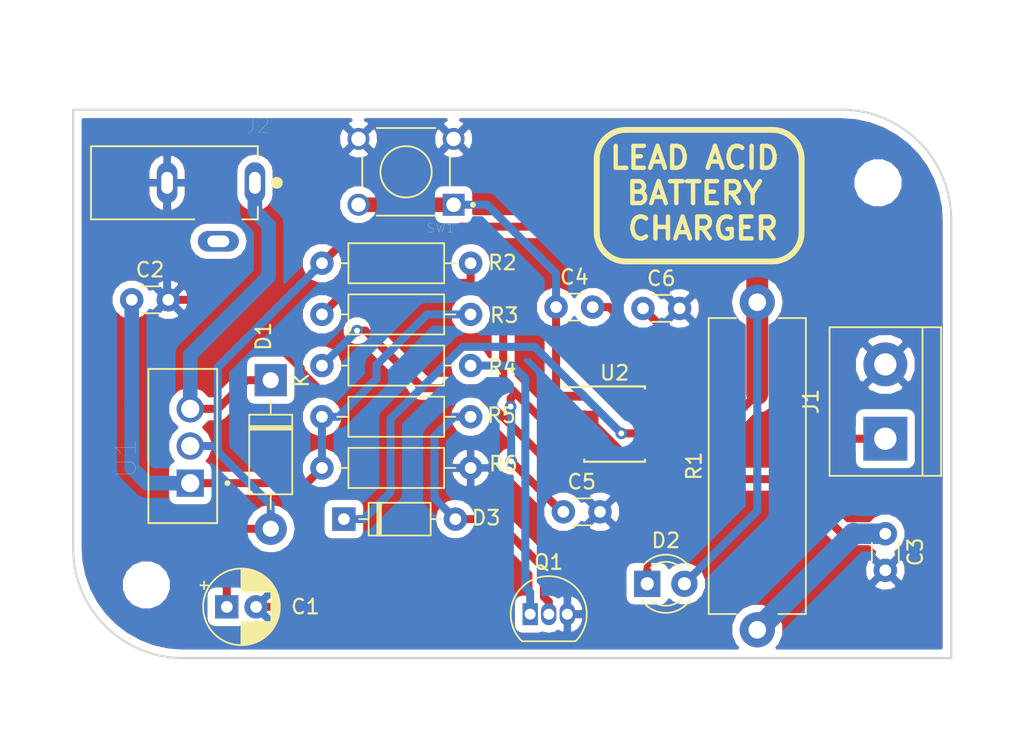
<source format=kicad_pcb>
(kicad_pcb (version 20171130) (host pcbnew "(5.0.1)-3")

  (general
    (thickness 1.6)
    (drawings 15)
    (tracks 145)
    (zones 0)
    (modules 23)
    (nets 13)
  )

  (page A4)
  (layers
    (0 F.Cu signal)
    (31 B.Cu signal)
    (32 B.Adhes user)
    (33 F.Adhes user)
    (34 B.Paste user)
    (35 F.Paste user)
    (36 B.SilkS user)
    (37 F.SilkS user)
    (38 B.Mask user)
    (39 F.Mask user)
    (40 Dwgs.User user)
    (41 Cmts.User user)
    (42 Eco1.User user)
    (43 Eco2.User user)
    (44 Edge.Cuts user)
    (45 Margin user)
    (46 B.CrtYd user)
    (47 F.CrtYd user)
    (48 B.Fab user)
    (49 F.Fab user)
  )

  (setup
    (last_trace_width 0.55)
    (trace_clearance 0.2)
    (zone_clearance 0.508)
    (zone_45_only no)
    (trace_min 0.2)
    (segment_width 0.4)
    (edge_width 0.15)
    (via_size 0.8)
    (via_drill 0.4)
    (via_min_size 0.4)
    (via_min_drill 0.3)
    (uvia_size 0.3)
    (uvia_drill 0.1)
    (uvias_allowed no)
    (uvia_min_size 0.2)
    (uvia_min_drill 0.1)
    (pcb_text_width 0.3)
    (pcb_text_size 1.5 1.5)
    (mod_edge_width 0.15)
    (mod_text_size 1 1)
    (mod_text_width 0.15)
    (pad_size 1.524 1.524)
    (pad_drill 0.762)
    (pad_to_mask_clearance 0.051)
    (solder_mask_min_width 0.25)
    (aux_axis_origin 0 0)
    (visible_elements 7FFFFFFF)
    (pcbplotparams
      (layerselection 0x010fc_ffffffff)
      (usegerberextensions false)
      (usegerberattributes false)
      (usegerberadvancedattributes false)
      (creategerberjobfile false)
      (excludeedgelayer true)
      (linewidth 0.100000)
      (plotframeref false)
      (viasonmask false)
      (mode 1)
      (useauxorigin false)
      (hpglpennumber 1)
      (hpglpenspeed 20)
      (hpglpendiameter 15.000000)
      (psnegative false)
      (psa4output false)
      (plotreference true)
      (plotvalue true)
      (plotinvisibletext false)
      (padsonsilk false)
      (subtractmaskfromsilk false)
      (outputformat 1)
      (mirror false)
      (drillshape 0)
      (scaleselection 1)
      (outputdirectory "Gerber/"))
  )

  (net 0 "")
  (net 1 GND)
  (net 2 "Net-(C1-Pad1)")
  (net 3 "Net-(C2-Pad1)")
  (net 4 "Net-(C3-Pad1)")
  (net 5 "Net-(C4-Pad1)")
  (net 6 "Net-(C4-Pad2)")
  (net 7 "Net-(D1-Pad1)")
  (net 8 "Net-(D2-Pad1)")
  (net 9 "Net-(D3-Pad1)")
  (net 10 "Net-(D3-Pad2)")
  (net 11 "Net-(Q1-Pad1)")
  (net 12 "Net-(C5-Pad1)")

  (net_class Default "This is the default net class."
    (clearance 0.2)
    (trace_width 0.55)
    (via_dia 0.8)
    (via_drill 0.4)
    (uvia_dia 0.3)
    (uvia_drill 0.1)
    (add_net GND)
    (add_net "Net-(C1-Pad1)")
    (add_net "Net-(C2-Pad1)")
    (add_net "Net-(C3-Pad1)")
    (add_net "Net-(C4-Pad1)")
    (add_net "Net-(C4-Pad2)")
    (add_net "Net-(C5-Pad1)")
    (add_net "Net-(D1-Pad1)")
    (add_net "Net-(D2-Pad1)")
    (add_net "Net-(D3-Pad1)")
    (add_net "Net-(D3-Pad2)")
    (add_net "Net-(Q1-Pad1)")
  )

  (module MountingHole:MountingHole_2.2mm_M2 (layer F.Cu) (tedit 60229D2C) (tstamp 6022A8B0)
    (at 125 100)
    (descr "Mounting Hole 2.2mm, no annular, M2")
    (tags "mounting hole 2.2mm no annular m2")
    (attr virtual)
    (fp_text reference MOUNT1 (at 0 -3.2) (layer F.SilkS) hide
      (effects (font (size 1 1) (thickness 0.15)))
    )
    (fp_text value MountingHole_2.2mm_M2 (at 0 3.2) (layer F.Fab)
      (effects (font (size 1 1) (thickness 0.15)))
    )
    (fp_text user %R (at 0.3 0) (layer F.Fab)
      (effects (font (size 1 1) (thickness 0.15)))
    )
    (fp_circle (center 0 0) (end 2.2 0) (layer Cmts.User) (width 0.15))
    (fp_circle (center 0 0) (end 2.45 0) (layer F.CrtYd) (width 0.05))
    (pad 1 np_thru_hole circle (at 0 0) (size 2.2 2.2) (drill 2.2) (layers *.Cu *.Mask))
  )

  (module Capacitor_THT:CP_Radial_D5.0mm_P2.00mm (layer F.Cu) (tedit 5AE50EF0) (tstamp 60407277)
    (at 130.5 101.5)
    (descr "CP, Radial series, Radial, pin pitch=2.00mm, , diameter=5mm, Electrolytic Capacitor")
    (tags "CP Radial series Radial pin pitch 2.00mm  diameter 5mm Electrolytic Capacitor")
    (path /60216DEB)
    (fp_text reference C1 (at 5.37 -0.01) (layer F.SilkS)
      (effects (font (size 1 1) (thickness 0.15)))
    )
    (fp_text value CP (at 1 3.75) (layer F.Fab)
      (effects (font (size 1 1) (thickness 0.15)))
    )
    (fp_text user %R (at 1 0) (layer F.Fab)
      (effects (font (size 1 1) (thickness 0.15)))
    )
    (fp_line (start -1.554775 -1.725) (end -1.554775 -1.225) (layer F.SilkS) (width 0.12))
    (fp_line (start -1.804775 -1.475) (end -1.304775 -1.475) (layer F.SilkS) (width 0.12))
    (fp_line (start 3.601 -0.284) (end 3.601 0.284) (layer F.SilkS) (width 0.12))
    (fp_line (start 3.561 -0.518) (end 3.561 0.518) (layer F.SilkS) (width 0.12))
    (fp_line (start 3.521 -0.677) (end 3.521 0.677) (layer F.SilkS) (width 0.12))
    (fp_line (start 3.481 -0.805) (end 3.481 0.805) (layer F.SilkS) (width 0.12))
    (fp_line (start 3.441 -0.915) (end 3.441 0.915) (layer F.SilkS) (width 0.12))
    (fp_line (start 3.401 -1.011) (end 3.401 1.011) (layer F.SilkS) (width 0.12))
    (fp_line (start 3.361 -1.098) (end 3.361 1.098) (layer F.SilkS) (width 0.12))
    (fp_line (start 3.321 -1.178) (end 3.321 1.178) (layer F.SilkS) (width 0.12))
    (fp_line (start 3.281 -1.251) (end 3.281 1.251) (layer F.SilkS) (width 0.12))
    (fp_line (start 3.241 -1.319) (end 3.241 1.319) (layer F.SilkS) (width 0.12))
    (fp_line (start 3.201 -1.383) (end 3.201 1.383) (layer F.SilkS) (width 0.12))
    (fp_line (start 3.161 -1.443) (end 3.161 1.443) (layer F.SilkS) (width 0.12))
    (fp_line (start 3.121 -1.5) (end 3.121 1.5) (layer F.SilkS) (width 0.12))
    (fp_line (start 3.081 -1.554) (end 3.081 1.554) (layer F.SilkS) (width 0.12))
    (fp_line (start 3.041 -1.605) (end 3.041 1.605) (layer F.SilkS) (width 0.12))
    (fp_line (start 3.001 1.04) (end 3.001 1.653) (layer F.SilkS) (width 0.12))
    (fp_line (start 3.001 -1.653) (end 3.001 -1.04) (layer F.SilkS) (width 0.12))
    (fp_line (start 2.961 1.04) (end 2.961 1.699) (layer F.SilkS) (width 0.12))
    (fp_line (start 2.961 -1.699) (end 2.961 -1.04) (layer F.SilkS) (width 0.12))
    (fp_line (start 2.921 1.04) (end 2.921 1.743) (layer F.SilkS) (width 0.12))
    (fp_line (start 2.921 -1.743) (end 2.921 -1.04) (layer F.SilkS) (width 0.12))
    (fp_line (start 2.881 1.04) (end 2.881 1.785) (layer F.SilkS) (width 0.12))
    (fp_line (start 2.881 -1.785) (end 2.881 -1.04) (layer F.SilkS) (width 0.12))
    (fp_line (start 2.841 1.04) (end 2.841 1.826) (layer F.SilkS) (width 0.12))
    (fp_line (start 2.841 -1.826) (end 2.841 -1.04) (layer F.SilkS) (width 0.12))
    (fp_line (start 2.801 1.04) (end 2.801 1.864) (layer F.SilkS) (width 0.12))
    (fp_line (start 2.801 -1.864) (end 2.801 -1.04) (layer F.SilkS) (width 0.12))
    (fp_line (start 2.761 1.04) (end 2.761 1.901) (layer F.SilkS) (width 0.12))
    (fp_line (start 2.761 -1.901) (end 2.761 -1.04) (layer F.SilkS) (width 0.12))
    (fp_line (start 2.721 1.04) (end 2.721 1.937) (layer F.SilkS) (width 0.12))
    (fp_line (start 2.721 -1.937) (end 2.721 -1.04) (layer F.SilkS) (width 0.12))
    (fp_line (start 2.681 1.04) (end 2.681 1.971) (layer F.SilkS) (width 0.12))
    (fp_line (start 2.681 -1.971) (end 2.681 -1.04) (layer F.SilkS) (width 0.12))
    (fp_line (start 2.641 1.04) (end 2.641 2.004) (layer F.SilkS) (width 0.12))
    (fp_line (start 2.641 -2.004) (end 2.641 -1.04) (layer F.SilkS) (width 0.12))
    (fp_line (start 2.601 1.04) (end 2.601 2.035) (layer F.SilkS) (width 0.12))
    (fp_line (start 2.601 -2.035) (end 2.601 -1.04) (layer F.SilkS) (width 0.12))
    (fp_line (start 2.561 1.04) (end 2.561 2.065) (layer F.SilkS) (width 0.12))
    (fp_line (start 2.561 -2.065) (end 2.561 -1.04) (layer F.SilkS) (width 0.12))
    (fp_line (start 2.521 1.04) (end 2.521 2.095) (layer F.SilkS) (width 0.12))
    (fp_line (start 2.521 -2.095) (end 2.521 -1.04) (layer F.SilkS) (width 0.12))
    (fp_line (start 2.481 1.04) (end 2.481 2.122) (layer F.SilkS) (width 0.12))
    (fp_line (start 2.481 -2.122) (end 2.481 -1.04) (layer F.SilkS) (width 0.12))
    (fp_line (start 2.441 1.04) (end 2.441 2.149) (layer F.SilkS) (width 0.12))
    (fp_line (start 2.441 -2.149) (end 2.441 -1.04) (layer F.SilkS) (width 0.12))
    (fp_line (start 2.401 1.04) (end 2.401 2.175) (layer F.SilkS) (width 0.12))
    (fp_line (start 2.401 -2.175) (end 2.401 -1.04) (layer F.SilkS) (width 0.12))
    (fp_line (start 2.361 1.04) (end 2.361 2.2) (layer F.SilkS) (width 0.12))
    (fp_line (start 2.361 -2.2) (end 2.361 -1.04) (layer F.SilkS) (width 0.12))
    (fp_line (start 2.321 1.04) (end 2.321 2.224) (layer F.SilkS) (width 0.12))
    (fp_line (start 2.321 -2.224) (end 2.321 -1.04) (layer F.SilkS) (width 0.12))
    (fp_line (start 2.281 1.04) (end 2.281 2.247) (layer F.SilkS) (width 0.12))
    (fp_line (start 2.281 -2.247) (end 2.281 -1.04) (layer F.SilkS) (width 0.12))
    (fp_line (start 2.241 1.04) (end 2.241 2.268) (layer F.SilkS) (width 0.12))
    (fp_line (start 2.241 -2.268) (end 2.241 -1.04) (layer F.SilkS) (width 0.12))
    (fp_line (start 2.201 1.04) (end 2.201 2.29) (layer F.SilkS) (width 0.12))
    (fp_line (start 2.201 -2.29) (end 2.201 -1.04) (layer F.SilkS) (width 0.12))
    (fp_line (start 2.161 1.04) (end 2.161 2.31) (layer F.SilkS) (width 0.12))
    (fp_line (start 2.161 -2.31) (end 2.161 -1.04) (layer F.SilkS) (width 0.12))
    (fp_line (start 2.121 1.04) (end 2.121 2.329) (layer F.SilkS) (width 0.12))
    (fp_line (start 2.121 -2.329) (end 2.121 -1.04) (layer F.SilkS) (width 0.12))
    (fp_line (start 2.081 1.04) (end 2.081 2.348) (layer F.SilkS) (width 0.12))
    (fp_line (start 2.081 -2.348) (end 2.081 -1.04) (layer F.SilkS) (width 0.12))
    (fp_line (start 2.041 1.04) (end 2.041 2.365) (layer F.SilkS) (width 0.12))
    (fp_line (start 2.041 -2.365) (end 2.041 -1.04) (layer F.SilkS) (width 0.12))
    (fp_line (start 2.001 1.04) (end 2.001 2.382) (layer F.SilkS) (width 0.12))
    (fp_line (start 2.001 -2.382) (end 2.001 -1.04) (layer F.SilkS) (width 0.12))
    (fp_line (start 1.961 1.04) (end 1.961 2.398) (layer F.SilkS) (width 0.12))
    (fp_line (start 1.961 -2.398) (end 1.961 -1.04) (layer F.SilkS) (width 0.12))
    (fp_line (start 1.921 1.04) (end 1.921 2.414) (layer F.SilkS) (width 0.12))
    (fp_line (start 1.921 -2.414) (end 1.921 -1.04) (layer F.SilkS) (width 0.12))
    (fp_line (start 1.881 1.04) (end 1.881 2.428) (layer F.SilkS) (width 0.12))
    (fp_line (start 1.881 -2.428) (end 1.881 -1.04) (layer F.SilkS) (width 0.12))
    (fp_line (start 1.841 1.04) (end 1.841 2.442) (layer F.SilkS) (width 0.12))
    (fp_line (start 1.841 -2.442) (end 1.841 -1.04) (layer F.SilkS) (width 0.12))
    (fp_line (start 1.801 1.04) (end 1.801 2.455) (layer F.SilkS) (width 0.12))
    (fp_line (start 1.801 -2.455) (end 1.801 -1.04) (layer F.SilkS) (width 0.12))
    (fp_line (start 1.761 1.04) (end 1.761 2.468) (layer F.SilkS) (width 0.12))
    (fp_line (start 1.761 -2.468) (end 1.761 -1.04) (layer F.SilkS) (width 0.12))
    (fp_line (start 1.721 1.04) (end 1.721 2.48) (layer F.SilkS) (width 0.12))
    (fp_line (start 1.721 -2.48) (end 1.721 -1.04) (layer F.SilkS) (width 0.12))
    (fp_line (start 1.68 1.04) (end 1.68 2.491) (layer F.SilkS) (width 0.12))
    (fp_line (start 1.68 -2.491) (end 1.68 -1.04) (layer F.SilkS) (width 0.12))
    (fp_line (start 1.64 1.04) (end 1.64 2.501) (layer F.SilkS) (width 0.12))
    (fp_line (start 1.64 -2.501) (end 1.64 -1.04) (layer F.SilkS) (width 0.12))
    (fp_line (start 1.6 1.04) (end 1.6 2.511) (layer F.SilkS) (width 0.12))
    (fp_line (start 1.6 -2.511) (end 1.6 -1.04) (layer F.SilkS) (width 0.12))
    (fp_line (start 1.56 1.04) (end 1.56 2.52) (layer F.SilkS) (width 0.12))
    (fp_line (start 1.56 -2.52) (end 1.56 -1.04) (layer F.SilkS) (width 0.12))
    (fp_line (start 1.52 1.04) (end 1.52 2.528) (layer F.SilkS) (width 0.12))
    (fp_line (start 1.52 -2.528) (end 1.52 -1.04) (layer F.SilkS) (width 0.12))
    (fp_line (start 1.48 1.04) (end 1.48 2.536) (layer F.SilkS) (width 0.12))
    (fp_line (start 1.48 -2.536) (end 1.48 -1.04) (layer F.SilkS) (width 0.12))
    (fp_line (start 1.44 1.04) (end 1.44 2.543) (layer F.SilkS) (width 0.12))
    (fp_line (start 1.44 -2.543) (end 1.44 -1.04) (layer F.SilkS) (width 0.12))
    (fp_line (start 1.4 1.04) (end 1.4 2.55) (layer F.SilkS) (width 0.12))
    (fp_line (start 1.4 -2.55) (end 1.4 -1.04) (layer F.SilkS) (width 0.12))
    (fp_line (start 1.36 1.04) (end 1.36 2.556) (layer F.SilkS) (width 0.12))
    (fp_line (start 1.36 -2.556) (end 1.36 -1.04) (layer F.SilkS) (width 0.12))
    (fp_line (start 1.32 1.04) (end 1.32 2.561) (layer F.SilkS) (width 0.12))
    (fp_line (start 1.32 -2.561) (end 1.32 -1.04) (layer F.SilkS) (width 0.12))
    (fp_line (start 1.28 1.04) (end 1.28 2.565) (layer F.SilkS) (width 0.12))
    (fp_line (start 1.28 -2.565) (end 1.28 -1.04) (layer F.SilkS) (width 0.12))
    (fp_line (start 1.24 1.04) (end 1.24 2.569) (layer F.SilkS) (width 0.12))
    (fp_line (start 1.24 -2.569) (end 1.24 -1.04) (layer F.SilkS) (width 0.12))
    (fp_line (start 1.2 1.04) (end 1.2 2.573) (layer F.SilkS) (width 0.12))
    (fp_line (start 1.2 -2.573) (end 1.2 -1.04) (layer F.SilkS) (width 0.12))
    (fp_line (start 1.16 1.04) (end 1.16 2.576) (layer F.SilkS) (width 0.12))
    (fp_line (start 1.16 -2.576) (end 1.16 -1.04) (layer F.SilkS) (width 0.12))
    (fp_line (start 1.12 1.04) (end 1.12 2.578) (layer F.SilkS) (width 0.12))
    (fp_line (start 1.12 -2.578) (end 1.12 -1.04) (layer F.SilkS) (width 0.12))
    (fp_line (start 1.08 1.04) (end 1.08 2.579) (layer F.SilkS) (width 0.12))
    (fp_line (start 1.08 -2.579) (end 1.08 -1.04) (layer F.SilkS) (width 0.12))
    (fp_line (start 1.04 -2.58) (end 1.04 -1.04) (layer F.SilkS) (width 0.12))
    (fp_line (start 1.04 1.04) (end 1.04 2.58) (layer F.SilkS) (width 0.12))
    (fp_line (start 1 -2.58) (end 1 -1.04) (layer F.SilkS) (width 0.12))
    (fp_line (start 1 1.04) (end 1 2.58) (layer F.SilkS) (width 0.12))
    (fp_line (start -0.883605 -1.3375) (end -0.883605 -0.8375) (layer F.Fab) (width 0.1))
    (fp_line (start -1.133605 -1.0875) (end -0.633605 -1.0875) (layer F.Fab) (width 0.1))
    (fp_circle (center 1 0) (end 3.75 0) (layer F.CrtYd) (width 0.05))
    (fp_circle (center 1 0) (end 3.62 0) (layer F.SilkS) (width 0.12))
    (fp_circle (center 1 0) (end 3.5 0) (layer F.Fab) (width 0.1))
    (pad 2 thru_hole circle (at 2 0) (size 1.6 1.6) (drill 0.8) (layers *.Cu *.Mask)
      (net 1 GND))
    (pad 1 thru_hole rect (at 0 0) (size 1.6 1.6) (drill 0.8) (layers *.Cu *.Mask)
      (net 2 "Net-(C1-Pad1)"))
    (model ${KISYS3DMOD}/Capacitor_THT.3dshapes/CP_Radial_D5.0mm_P2.00mm.wrl
      (at (xyz 0 0 0))
      (scale (xyz 1 1 1))
      (rotate (xyz 0 0 0))
    )
  )

  (module Diode_THT:D_DO-41_SOD81_P10.16mm_Horizontal (layer F.Cu) (tedit 5AE50CD5) (tstamp 6040741F)
    (at 133.5 86 270)
    (descr "Diode, DO-41_SOD81 series, Axial, Horizontal, pin pitch=10.16mm, , length*diameter=5.2*2.7mm^2, , http://www.diodes.com/_files/packages/DO-41%20(Plastic).pdf")
    (tags "Diode DO-41_SOD81 series Axial Horizontal pin pitch 10.16mm  length 5.2mm diameter 2.7mm")
    (path /60216BB4)
    (fp_text reference D1 (at -3 0.5 270) (layer F.SilkS)
      (effects (font (size 1 1) (thickness 0.15)))
    )
    (fp_text value 1N4007 (at 5.08 2.47 270) (layer F.Fab)
      (effects (font (size 1 1) (thickness 0.15)))
    )
    (fp_line (start 2.48 -1.35) (end 2.48 1.35) (layer F.Fab) (width 0.1))
    (fp_line (start 2.48 1.35) (end 7.68 1.35) (layer F.Fab) (width 0.1))
    (fp_line (start 7.68 1.35) (end 7.68 -1.35) (layer F.Fab) (width 0.1))
    (fp_line (start 7.68 -1.35) (end 2.48 -1.35) (layer F.Fab) (width 0.1))
    (fp_line (start 0 0) (end 2.48 0) (layer F.Fab) (width 0.1))
    (fp_line (start 10.16 0) (end 7.68 0) (layer F.Fab) (width 0.1))
    (fp_line (start 3.26 -1.35) (end 3.26 1.35) (layer F.Fab) (width 0.1))
    (fp_line (start 3.36 -1.35) (end 3.36 1.35) (layer F.Fab) (width 0.1))
    (fp_line (start 3.16 -1.35) (end 3.16 1.35) (layer F.Fab) (width 0.1))
    (fp_line (start 2.36 -1.47) (end 2.36 1.47) (layer F.SilkS) (width 0.12))
    (fp_line (start 2.36 1.47) (end 7.8 1.47) (layer F.SilkS) (width 0.12))
    (fp_line (start 7.8 1.47) (end 7.8 -1.47) (layer F.SilkS) (width 0.12))
    (fp_line (start 7.8 -1.47) (end 2.36 -1.47) (layer F.SilkS) (width 0.12))
    (fp_line (start 1.34 0) (end 2.36 0) (layer F.SilkS) (width 0.12))
    (fp_line (start 8.82 0) (end 7.8 0) (layer F.SilkS) (width 0.12))
    (fp_line (start 3.26 -1.47) (end 3.26 1.47) (layer F.SilkS) (width 0.12))
    (fp_line (start 3.38 -1.47) (end 3.38 1.47) (layer F.SilkS) (width 0.12))
    (fp_line (start 3.14 -1.47) (end 3.14 1.47) (layer F.SilkS) (width 0.12))
    (fp_line (start -1.35 -1.6) (end -1.35 1.6) (layer F.CrtYd) (width 0.05))
    (fp_line (start -1.35 1.6) (end 11.51 1.6) (layer F.CrtYd) (width 0.05))
    (fp_line (start 11.51 1.6) (end 11.51 -1.6) (layer F.CrtYd) (width 0.05))
    (fp_line (start 11.51 -1.6) (end -1.35 -1.6) (layer F.CrtYd) (width 0.05))
    (fp_text user %R (at 5.47 0 270) (layer F.Fab)
      (effects (font (size 1 1) (thickness 0.15)))
    )
    (fp_text user K (at 0 -2.1 270) (layer F.Fab)
      (effects (font (size 1 1) (thickness 0.15)))
    )
    (fp_text user K (at 0 -2.1 270) (layer F.SilkS)
      (effects (font (size 1 1) (thickness 0.15)))
    )
    (pad 1 thru_hole rect (at 0 0 270) (size 2.2 2.2) (drill 1.1) (layers *.Cu *.Mask)
      (net 7 "Net-(D1-Pad1)"))
    (pad 2 thru_hole oval (at 10.16 0 270) (size 2.2 2.2) (drill 1.1) (layers *.Cu *.Mask)
      (net 2 "Net-(C1-Pad1)"))
    (model ${KISYS3DMOD}/Diode_THT.3dshapes/D_DO-41_SOD81_P10.16mm_Horizontal.wrl
      (at (xyz 0 0 0))
      (scale (xyz 1 1 1))
      (rotate (xyz 0 0 0))
    )
  )

  (module LED_THT:LED_D3.0mm (layer F.Cu) (tedit 587A3A7B) (tstamp 60407432)
    (at 159.23 99.92)
    (descr "LED, diameter 3.0mm, 2 pins")
    (tags "LED diameter 3.0mm 2 pins")
    (path /60216D6E)
    (fp_text reference D2 (at 1.27 -2.96) (layer F.SilkS)
      (effects (font (size 1 1) (thickness 0.15)))
    )
    (fp_text value LED (at 1.27 2.96) (layer F.Fab)
      (effects (font (size 1 1) (thickness 0.15)))
    )
    (fp_arc (start 1.27 0) (end -0.23 -1.16619) (angle 284.3) (layer F.Fab) (width 0.1))
    (fp_arc (start 1.27 0) (end -0.29 -1.235516) (angle 108.8) (layer F.SilkS) (width 0.12))
    (fp_arc (start 1.27 0) (end -0.29 1.235516) (angle -108.8) (layer F.SilkS) (width 0.12))
    (fp_arc (start 1.27 0) (end 0.229039 -1.08) (angle 87.9) (layer F.SilkS) (width 0.12))
    (fp_arc (start 1.27 0) (end 0.229039 1.08) (angle -87.9) (layer F.SilkS) (width 0.12))
    (fp_circle (center 1.27 0) (end 2.77 0) (layer F.Fab) (width 0.1))
    (fp_line (start -0.23 -1.16619) (end -0.23 1.16619) (layer F.Fab) (width 0.1))
    (fp_line (start -0.29 -1.236) (end -0.29 -1.08) (layer F.SilkS) (width 0.12))
    (fp_line (start -0.29 1.08) (end -0.29 1.236) (layer F.SilkS) (width 0.12))
    (fp_line (start -1.15 -2.25) (end -1.15 2.25) (layer F.CrtYd) (width 0.05))
    (fp_line (start -1.15 2.25) (end 3.7 2.25) (layer F.CrtYd) (width 0.05))
    (fp_line (start 3.7 2.25) (end 3.7 -2.25) (layer F.CrtYd) (width 0.05))
    (fp_line (start 3.7 -2.25) (end -1.15 -2.25) (layer F.CrtYd) (width 0.05))
    (pad 1 thru_hole rect (at 0 0) (size 1.8 1.8) (drill 0.9) (layers *.Cu *.Mask)
      (net 8 "Net-(D2-Pad1)"))
    (pad 2 thru_hole circle (at 2.54 0) (size 1.8 1.8) (drill 0.9) (layers *.Cu *.Mask)
      (net 2 "Net-(C1-Pad1)"))
    (model ${KISYS3DMOD}/LED_THT.3dshapes/LED_D3.0mm.wrl
      (at (xyz 0 0 0))
      (scale (xyz 1 1 1))
      (rotate (xyz 0 0 0))
    )
  )

  (module Diode_THT:D_DO-35_SOD27_P7.62mm_Horizontal (layer F.Cu) (tedit 6022B560) (tstamp 60407451)
    (at 138.5 95.5)
    (descr "Diode, DO-35_SOD27 series, Axial, Horizontal, pin pitch=7.62mm, , length*diameter=4*2mm^2, , http://www.diodes.com/_files/packages/DO-35.pdf")
    (tags "Diode DO-35_SOD27 series Axial Horizontal pin pitch 7.62mm  length 4mm diameter 2mm")
    (path /6021A2B4)
    (fp_text reference D3 (at 9.72 -0.09) (layer F.SilkS)
      (effects (font (size 1 1) (thickness 0.15)))
    )
    (fp_text value 1N4148 (at 3.81 2.12) (layer F.Fab)
      (effects (font (size 1 1) (thickness 0.15)))
    )
    (fp_line (start 1.81 -1) (end 1.81 1) (layer F.Fab) (width 0.1))
    (fp_line (start 1.81 1) (end 5.81 1) (layer F.Fab) (width 0.1))
    (fp_line (start 5.81 1) (end 5.81 -1) (layer F.Fab) (width 0.1))
    (fp_line (start 5.81 -1) (end 1.81 -1) (layer F.Fab) (width 0.1))
    (fp_line (start 0 0) (end 1.81 0) (layer F.Fab) (width 0.1))
    (fp_line (start 7.62 0) (end 5.81 0) (layer F.Fab) (width 0.1))
    (fp_line (start 2.41 -1) (end 2.41 1) (layer F.Fab) (width 0.1))
    (fp_line (start 2.51 -1) (end 2.51 1) (layer F.Fab) (width 0.1))
    (fp_line (start 2.31 -1) (end 2.31 1) (layer F.Fab) (width 0.1))
    (fp_line (start 1.69 -1.12) (end 1.69 1.12) (layer F.SilkS) (width 0.12))
    (fp_line (start 1.69 1.12) (end 5.93 1.12) (layer F.SilkS) (width 0.12))
    (fp_line (start 5.93 1.12) (end 5.93 -1.12) (layer F.SilkS) (width 0.12))
    (fp_line (start 5.93 -1.12) (end 1.69 -1.12) (layer F.SilkS) (width 0.12))
    (fp_line (start 1.04 0) (end 1.69 0) (layer F.SilkS) (width 0.12))
    (fp_line (start 6.58 0) (end 5.93 0) (layer F.SilkS) (width 0.12))
    (fp_line (start 2.41 -1.12) (end 2.41 1.12) (layer F.SilkS) (width 0.12))
    (fp_line (start 2.53 -1.12) (end 2.53 1.12) (layer F.SilkS) (width 0.12))
    (fp_line (start 2.29 -1.12) (end 2.29 1.12) (layer F.SilkS) (width 0.12))
    (fp_line (start -1.05 -1.25) (end -1.05 1.25) (layer F.CrtYd) (width 0.05))
    (fp_line (start -1.05 1.25) (end 8.67 1.25) (layer F.CrtYd) (width 0.05))
    (fp_line (start 8.67 1.25) (end 8.67 -1.25) (layer F.CrtYd) (width 0.05))
    (fp_line (start 8.67 -1.25) (end -1.05 -1.25) (layer F.CrtYd) (width 0.05))
    (fp_text user %R (at 4.134999 0) (layer F.Fab)
      (effects (font (size 0.8 0.8) (thickness 0.12)))
    )
    (fp_text user K (at 0 -1.8) (layer F.Fab)
      (effects (font (size 1 1) (thickness 0.15)))
    )
    (fp_text user K (at -1.48 12.81) (layer F.SilkS) hide
      (effects (font (size 1 1) (thickness 0.15)))
    )
    (pad 1 thru_hole rect (at 0 0) (size 1.6 1.6) (drill 0.8) (layers *.Cu *.Mask)
      (net 9 "Net-(D3-Pad1)"))
    (pad 2 thru_hole oval (at 7.62 0) (size 1.6 1.6) (drill 0.8) (layers *.Cu *.Mask)
      (net 10 "Net-(D3-Pad2)"))
    (model ${KISYS3DMOD}/Diode_THT.3dshapes/D_DO-35_SOD27_P7.62mm_Horizontal.wrl
      (at (xyz 0 0 0))
      (scale (xyz 1 1 1))
      (rotate (xyz 0 0 0))
    )
  )

  (module TerminalBlock:TerminalBlock_bornier-2_P5.08mm (layer F.Cu) (tedit 59FF03AB) (tstamp 60407466)
    (at 175.5 90 90)
    (descr "simple 2-pin terminal block, pitch 5.08mm, revamped version of bornier2")
    (tags "terminal block bornier2")
    (path /60221BAC)
    (fp_text reference J1 (at 2.54 -5.08 90) (layer F.SilkS)
      (effects (font (size 1 1) (thickness 0.15)))
    )
    (fp_text value BATTERY (at 2.54 5.08 90) (layer F.Fab)
      (effects (font (size 1 1) (thickness 0.15)))
    )
    (fp_text user %R (at 2.54 0 90) (layer F.Fab)
      (effects (font (size 1 1) (thickness 0.15)))
    )
    (fp_line (start -2.41 2.55) (end 7.49 2.55) (layer F.Fab) (width 0.1))
    (fp_line (start -2.46 -3.75) (end -2.46 3.75) (layer F.Fab) (width 0.1))
    (fp_line (start -2.46 3.75) (end 7.54 3.75) (layer F.Fab) (width 0.1))
    (fp_line (start 7.54 3.75) (end 7.54 -3.75) (layer F.Fab) (width 0.1))
    (fp_line (start 7.54 -3.75) (end -2.46 -3.75) (layer F.Fab) (width 0.1))
    (fp_line (start 7.62 2.54) (end -2.54 2.54) (layer F.SilkS) (width 0.12))
    (fp_line (start 7.62 3.81) (end 7.62 -3.81) (layer F.SilkS) (width 0.12))
    (fp_line (start 7.62 -3.81) (end -2.54 -3.81) (layer F.SilkS) (width 0.12))
    (fp_line (start -2.54 -3.81) (end -2.54 3.81) (layer F.SilkS) (width 0.12))
    (fp_line (start -2.54 3.81) (end 7.62 3.81) (layer F.SilkS) (width 0.12))
    (fp_line (start -2.71 -4) (end 7.79 -4) (layer F.CrtYd) (width 0.05))
    (fp_line (start -2.71 -4) (end -2.71 4) (layer F.CrtYd) (width 0.05))
    (fp_line (start 7.79 4) (end 7.79 -4) (layer F.CrtYd) (width 0.05))
    (fp_line (start 7.79 4) (end -2.71 4) (layer F.CrtYd) (width 0.05))
    (pad 1 thru_hole rect (at 0 0 90) (size 3 3) (drill 1.52) (layers *.Cu *.Mask)
      (net 4 "Net-(C3-Pad1)"))
    (pad 2 thru_hole circle (at 5.08 0 90) (size 3 3) (drill 1.52) (layers *.Cu *.Mask)
      (net 1 GND))
    (model ${KISYS3DMOD}/TerminalBlock.3dshapes/TerminalBlock_bornier-2_P5.08mm.wrl
      (offset (xyz 2.539999961853027 0 0))
      (scale (xyz 1 1 1))
      (rotate (xyz 0 0 0))
    )
    (model ${KIPRJMOD}/3d/DG305-5.0-02P-12-00AH.STEP
      (offset (xyz -2.5 5 0))
      (scale (xyz 1 1 1))
      (rotate (xyz -90 0 0))
    )
  )

  (module Buck_3A:DC-JACK (layer F.Cu) (tedit 601F84F6) (tstamp 60407480)
    (at 132.42 72.5 180)
    (path /60216F2B)
    (fp_text reference J2 (at -0.2 3.91 180) (layer F.SilkS)
      (effects (font (size 1.000898 1.000898) (thickness 0.015)))
    )
    (fp_text value Jack-DC (at 5.61296 3.726965 180) (layer F.Fab)
      (effects (font (size 1.000528 1.000528) (thickness 0.015)))
    )
    (fp_line (start -0.2 -2.5) (end 11.2 -2.5) (layer F.Fab) (width 0.127))
    (fp_line (start 11.2 -2.5) (end 11.2 2.5) (layer F.Fab) (width 0.127))
    (fp_line (start 11.2 2.5) (end -0.2 2.5) (layer F.Fab) (width 0.127))
    (fp_line (start -0.2 2.5) (end -0.2 -2.5) (layer F.Fab) (width 0.127))
    (fp_line (start 11.2 -2.5) (end 11.2 2.5) (layer F.SilkS) (width 0.127))
    (fp_line (start 11.2 2.5) (end -0.2 2.5) (layer F.SilkS) (width 0.127))
    (fp_line (start -0.2 -2.5) (end 0.85 -2.5) (layer F.SilkS) (width 0.127))
    (fp_line (start -0.2 2.5) (end -0.2 1.65) (layer F.SilkS) (width 0.127))
    (fp_line (start 4.15 -2.5) (end 11.2 -2.5) (layer F.SilkS) (width 0.127))
    (fp_line (start -0.2 -1.65) (end -0.2 -2.5) (layer F.SilkS) (width 0.127))
    (fp_line (start -1 -2.75) (end 0.9 -2.75) (layer F.CrtYd) (width 0.05))
    (fp_line (start 0.9 -2.75) (end 0.9 -4.8) (layer F.CrtYd) (width 0.05))
    (fp_line (start 0.9 -4.8) (end 4.1 -4.8) (layer F.CrtYd) (width 0.05))
    (fp_line (start 4.1 -4.8) (end 4.1 -2.75) (layer F.CrtYd) (width 0.05))
    (fp_line (start 4.1 -2.75) (end 11.45 -2.75) (layer F.CrtYd) (width 0.05))
    (fp_line (start 11.45 -2.75) (end 11.45 2.75) (layer F.CrtYd) (width 0.05))
    (fp_line (start 11.45 2.75) (end -1 2.75) (layer F.CrtYd) (width 0.05))
    (fp_line (start -1 2.75) (end -1 -2.75) (layer F.CrtYd) (width 0.05))
    (fp_circle (center -1.5 0) (end -1.3 0) (layer F.SilkS) (width 0.4))
    (pad 2 thru_hole oval (at 6 0 180) (size 1.4 2.8) (drill oval 0.8 1.5) (layers *.Cu *.Mask)
      (net 1 GND))
    (pad 1 thru_hole oval (at 0 0 180) (size 1.4 2.8) (drill oval 0.8 1.5) (layers *.Cu *.Mask)
      (net 7 "Net-(D1-Pad1)"))
    (pad 3 thru_hole oval (at 2.5 -4 180) (size 2.8 1.4) (drill oval 1.5 0.8) (layers *.Cu *.Mask))
  )

  (module Package_TO_SOT_THT:TO-92_Inline (layer F.Cu) (tedit 5A1DD157) (tstamp 60407492)
    (at 151.23 102)
    (descr "TO-92 leads in-line, narrow, oval pads, drill 0.75mm (see NXP sot054_po.pdf)")
    (tags "to-92 sc-43 sc-43a sot54 PA33 transistor")
    (path /60216C36)
    (fp_text reference Q1 (at 1.27 -3.56) (layer F.SilkS)
      (effects (font (size 1 1) (thickness 0.15)))
    )
    (fp_text value 2N3906 (at 1.27 2.79) (layer F.Fab)
      (effects (font (size 1 1) (thickness 0.15)))
    )
    (fp_text user %R (at 1.27 -3.56) (layer F.Fab)
      (effects (font (size 1 1) (thickness 0.15)))
    )
    (fp_line (start -0.53 1.85) (end 3.07 1.85) (layer F.SilkS) (width 0.12))
    (fp_line (start -0.5 1.75) (end 3 1.75) (layer F.Fab) (width 0.1))
    (fp_line (start -1.46 -2.73) (end 4 -2.73) (layer F.CrtYd) (width 0.05))
    (fp_line (start -1.46 -2.73) (end -1.46 2.01) (layer F.CrtYd) (width 0.05))
    (fp_line (start 4 2.01) (end 4 -2.73) (layer F.CrtYd) (width 0.05))
    (fp_line (start 4 2.01) (end -1.46 2.01) (layer F.CrtYd) (width 0.05))
    (fp_arc (start 1.27 0) (end 1.27 -2.48) (angle 135) (layer F.Fab) (width 0.1))
    (fp_arc (start 1.27 0) (end 1.27 -2.6) (angle -135) (layer F.SilkS) (width 0.12))
    (fp_arc (start 1.27 0) (end 1.27 -2.48) (angle -135) (layer F.Fab) (width 0.1))
    (fp_arc (start 1.27 0) (end 1.27 -2.6) (angle 135) (layer F.SilkS) (width 0.12))
    (pad 2 thru_hole oval (at 1.27 0) (size 1.05 1.5) (drill 0.75) (layers *.Cu *.Mask)
      (net 10 "Net-(D3-Pad2)"))
    (pad 3 thru_hole oval (at 2.54 0) (size 1.05 1.5) (drill 0.75) (layers *.Cu *.Mask)
      (net 1 GND))
    (pad 1 thru_hole rect (at 0 0) (size 1.05 1.5) (drill 0.75) (layers *.Cu *.Mask)
      (net 11 "Net-(Q1-Pad1)"))
    (model ${KISYS3DMOD}/Package_TO_SOT_THT.3dshapes/TO-92_Inline.wrl
      (at (xyz 0 0 0))
      (scale (xyz 1 1 1))
      (rotate (xyz 0 0 0))
    )
  )

  (module Resistor_THT:R_Axial_DIN0207_L6.3mm_D2.5mm_P10.16mm_Horizontal (layer F.Cu) (tedit 5AE5139B) (tstamp 604074C0)
    (at 137 78)
    (descr "Resistor, Axial_DIN0207 series, Axial, Horizontal, pin pitch=10.16mm, 0.25W = 1/4W, length*diameter=6.3*2.5mm^2, http://cdn-reichelt.de/documents/datenblatt/B400/1_4W%23YAG.pdf")
    (tags "Resistor Axial_DIN0207 series Axial Horizontal pin pitch 10.16mm 0.25W = 1/4W length 6.3mm diameter 2.5mm")
    (path /60218DC8)
    (fp_text reference R2 (at 12.33 -0.04) (layer F.SilkS)
      (effects (font (size 1 1) (thickness 0.15)))
    )
    (fp_text value R_Small (at 5.08 2.37) (layer F.Fab)
      (effects (font (size 1 1) (thickness 0.15)))
    )
    (fp_text user %R (at 5.08 0) (layer F.Fab)
      (effects (font (size 1 1) (thickness 0.15)))
    )
    (fp_line (start 11.21 -1.5) (end -1.05 -1.5) (layer F.CrtYd) (width 0.05))
    (fp_line (start 11.21 1.5) (end 11.21 -1.5) (layer F.CrtYd) (width 0.05))
    (fp_line (start -1.05 1.5) (end 11.21 1.5) (layer F.CrtYd) (width 0.05))
    (fp_line (start -1.05 -1.5) (end -1.05 1.5) (layer F.CrtYd) (width 0.05))
    (fp_line (start 9.12 0) (end 8.35 0) (layer F.SilkS) (width 0.12))
    (fp_line (start 1.04 0) (end 1.81 0) (layer F.SilkS) (width 0.12))
    (fp_line (start 8.35 -1.37) (end 1.81 -1.37) (layer F.SilkS) (width 0.12))
    (fp_line (start 8.35 1.37) (end 8.35 -1.37) (layer F.SilkS) (width 0.12))
    (fp_line (start 1.81 1.37) (end 8.35 1.37) (layer F.SilkS) (width 0.12))
    (fp_line (start 1.81 -1.37) (end 1.81 1.37) (layer F.SilkS) (width 0.12))
    (fp_line (start 10.16 0) (end 8.23 0) (layer F.Fab) (width 0.1))
    (fp_line (start 0 0) (end 1.93 0) (layer F.Fab) (width 0.1))
    (fp_line (start 8.23 -1.25) (end 1.93 -1.25) (layer F.Fab) (width 0.1))
    (fp_line (start 8.23 1.25) (end 8.23 -1.25) (layer F.Fab) (width 0.1))
    (fp_line (start 1.93 1.25) (end 8.23 1.25) (layer F.Fab) (width 0.1))
    (fp_line (start 1.93 -1.25) (end 1.93 1.25) (layer F.Fab) (width 0.1))
    (pad 2 thru_hole oval (at 10.16 0) (size 1.6 1.6) (drill 0.8) (layers *.Cu *.Mask)
      (net 12 "Net-(C5-Pad1)"))
    (pad 1 thru_hole circle (at 0 0) (size 1.6 1.6) (drill 0.8) (layers *.Cu *.Mask)
      (net 2 "Net-(C1-Pad1)"))
    (model ${KISYS3DMOD}/Resistor_THT.3dshapes/R_Axial_DIN0207_L6.3mm_D2.5mm_P10.16mm_Horizontal.wrl
      (at (xyz 0 0 0))
      (scale (xyz 1 1 1))
      (rotate (xyz 0 0 0))
    )
  )

  (module Resistor_THT:R_Axial_DIN0207_L6.3mm_D2.5mm_P10.16mm_Horizontal (layer F.Cu) (tedit 5AE5139B) (tstamp 604074D7)
    (at 137 81.5)
    (descr "Resistor, Axial_DIN0207 series, Axial, Horizontal, pin pitch=10.16mm, 0.25W = 1/4W, length*diameter=6.3*2.5mm^2, http://cdn-reichelt.de/documents/datenblatt/B400/1_4W%23YAG.pdf")
    (tags "Resistor Axial_DIN0207 series Axial Horizontal pin pitch 10.16mm 0.25W = 1/4W length 6.3mm diameter 2.5mm")
    (path /60218E55)
    (fp_text reference R3 (at 12.46 0.06) (layer F.SilkS)
      (effects (font (size 1 1) (thickness 0.15)))
    )
    (fp_text value R_Small (at 5.08 2.37) (layer F.Fab)
      (effects (font (size 1 1) (thickness 0.15)))
    )
    (fp_line (start 1.93 -1.25) (end 1.93 1.25) (layer F.Fab) (width 0.1))
    (fp_line (start 1.93 1.25) (end 8.23 1.25) (layer F.Fab) (width 0.1))
    (fp_line (start 8.23 1.25) (end 8.23 -1.25) (layer F.Fab) (width 0.1))
    (fp_line (start 8.23 -1.25) (end 1.93 -1.25) (layer F.Fab) (width 0.1))
    (fp_line (start 0 0) (end 1.93 0) (layer F.Fab) (width 0.1))
    (fp_line (start 10.16 0) (end 8.23 0) (layer F.Fab) (width 0.1))
    (fp_line (start 1.81 -1.37) (end 1.81 1.37) (layer F.SilkS) (width 0.12))
    (fp_line (start 1.81 1.37) (end 8.35 1.37) (layer F.SilkS) (width 0.12))
    (fp_line (start 8.35 1.37) (end 8.35 -1.37) (layer F.SilkS) (width 0.12))
    (fp_line (start 8.35 -1.37) (end 1.81 -1.37) (layer F.SilkS) (width 0.12))
    (fp_line (start 1.04 0) (end 1.81 0) (layer F.SilkS) (width 0.12))
    (fp_line (start 9.12 0) (end 8.35 0) (layer F.SilkS) (width 0.12))
    (fp_line (start -1.05 -1.5) (end -1.05 1.5) (layer F.CrtYd) (width 0.05))
    (fp_line (start -1.05 1.5) (end 11.21 1.5) (layer F.CrtYd) (width 0.05))
    (fp_line (start 11.21 1.5) (end 11.21 -1.5) (layer F.CrtYd) (width 0.05))
    (fp_line (start 11.21 -1.5) (end -1.05 -1.5) (layer F.CrtYd) (width 0.05))
    (fp_text user %R (at 5.08 0) (layer F.Fab)
      (effects (font (size 1 1) (thickness 0.15)))
    )
    (pad 1 thru_hole circle (at 0 0) (size 1.6 1.6) (drill 0.8) (layers *.Cu *.Mask)
      (net 12 "Net-(C5-Pad1)"))
    (pad 2 thru_hole oval (at 10.16 0) (size 1.6 1.6) (drill 0.8) (layers *.Cu *.Mask)
      (net 3 "Net-(C2-Pad1)"))
    (model ${KISYS3DMOD}/Resistor_THT.3dshapes/R_Axial_DIN0207_L6.3mm_D2.5mm_P10.16mm_Horizontal.wrl
      (at (xyz 0 0 0))
      (scale (xyz 1 1 1))
      (rotate (xyz 0 0 0))
    )
  )

  (module Resistor_THT:R_Axial_DIN0207_L6.3mm_D2.5mm_P10.16mm_Horizontal (layer F.Cu) (tedit 5AE5139B) (tstamp 604074EE)
    (at 137 85)
    (descr "Resistor, Axial_DIN0207 series, Axial, Horizontal, pin pitch=10.16mm, 0.25W = 1/4W, length*diameter=6.3*2.5mm^2, http://cdn-reichelt.de/documents/datenblatt/B400/1_4W%23YAG.pdf")
    (tags "Resistor Axial_DIN0207 series Axial Horizontal pin pitch 10.16mm 0.25W = 1/4W length 6.3mm diameter 2.5mm")
    (path /60218222)
    (fp_text reference R4 (at 12.33 0.1) (layer F.SilkS)
      (effects (font (size 1 1) (thickness 0.15)))
    )
    (fp_text value R (at 5.08 2.37) (layer F.Fab)
      (effects (font (size 1 1) (thickness 0.15)))
    )
    (fp_line (start 1.93 -1.25) (end 1.93 1.25) (layer F.Fab) (width 0.1))
    (fp_line (start 1.93 1.25) (end 8.23 1.25) (layer F.Fab) (width 0.1))
    (fp_line (start 8.23 1.25) (end 8.23 -1.25) (layer F.Fab) (width 0.1))
    (fp_line (start 8.23 -1.25) (end 1.93 -1.25) (layer F.Fab) (width 0.1))
    (fp_line (start 0 0) (end 1.93 0) (layer F.Fab) (width 0.1))
    (fp_line (start 10.16 0) (end 8.23 0) (layer F.Fab) (width 0.1))
    (fp_line (start 1.81 -1.37) (end 1.81 1.37) (layer F.SilkS) (width 0.12))
    (fp_line (start 1.81 1.37) (end 8.35 1.37) (layer F.SilkS) (width 0.12))
    (fp_line (start 8.35 1.37) (end 8.35 -1.37) (layer F.SilkS) (width 0.12))
    (fp_line (start 8.35 -1.37) (end 1.81 -1.37) (layer F.SilkS) (width 0.12))
    (fp_line (start 1.04 0) (end 1.81 0) (layer F.SilkS) (width 0.12))
    (fp_line (start 9.12 0) (end 8.35 0) (layer F.SilkS) (width 0.12))
    (fp_line (start -1.05 -1.5) (end -1.05 1.5) (layer F.CrtYd) (width 0.05))
    (fp_line (start -1.05 1.5) (end 11.21 1.5) (layer F.CrtYd) (width 0.05))
    (fp_line (start 11.21 1.5) (end 11.21 -1.5) (layer F.CrtYd) (width 0.05))
    (fp_line (start 11.21 -1.5) (end -1.05 -1.5) (layer F.CrtYd) (width 0.05))
    (fp_text user %R (at 5.08 0) (layer F.Fab)
      (effects (font (size 1 1) (thickness 0.15)))
    )
    (pad 1 thru_hole circle (at 0 0) (size 1.6 1.6) (drill 0.8) (layers *.Cu *.Mask)
      (net 8 "Net-(D2-Pad1)"))
    (pad 2 thru_hole oval (at 10.16 0) (size 1.6 1.6) (drill 0.8) (layers *.Cu *.Mask)
      (net 11 "Net-(Q1-Pad1)"))
    (model ${KISYS3DMOD}/Resistor_THT.3dshapes/R_Axial_DIN0207_L6.3mm_D2.5mm_P10.16mm_Horizontal.wrl
      (at (xyz 0 0 0))
      (scale (xyz 1 1 1))
      (rotate (xyz 0 0 0))
    )
  )

  (module Resistor_THT:R_Axial_DIN0207_L6.3mm_D2.5mm_P10.16mm_Horizontal (layer F.Cu) (tedit 5AE5139B) (tstamp 60407505)
    (at 137 88.5)
    (descr "Resistor, Axial_DIN0207 series, Axial, Horizontal, pin pitch=10.16mm, 0.25W = 1/4W, length*diameter=6.3*2.5mm^2, http://cdn-reichelt.de/documents/datenblatt/B400/1_4W%23YAG.pdf")
    (tags "Resistor Axial_DIN0207 series Axial Horizontal pin pitch 10.16mm 0.25W = 1/4W length 6.3mm diameter 2.5mm")
    (path /60218AC8)
    (fp_text reference R5 (at 12.27 -0.09) (layer F.SilkS)
      (effects (font (size 1 1) (thickness 0.15)))
    )
    (fp_text value R (at 5.08 2.37) (layer F.Fab)
      (effects (font (size 1 1) (thickness 0.15)))
    )
    (fp_line (start 1.93 -1.25) (end 1.93 1.25) (layer F.Fab) (width 0.1))
    (fp_line (start 1.93 1.25) (end 8.23 1.25) (layer F.Fab) (width 0.1))
    (fp_line (start 8.23 1.25) (end 8.23 -1.25) (layer F.Fab) (width 0.1))
    (fp_line (start 8.23 -1.25) (end 1.93 -1.25) (layer F.Fab) (width 0.1))
    (fp_line (start 0 0) (end 1.93 0) (layer F.Fab) (width 0.1))
    (fp_line (start 10.16 0) (end 8.23 0) (layer F.Fab) (width 0.1))
    (fp_line (start 1.81 -1.37) (end 1.81 1.37) (layer F.SilkS) (width 0.12))
    (fp_line (start 1.81 1.37) (end 8.35 1.37) (layer F.SilkS) (width 0.12))
    (fp_line (start 8.35 1.37) (end 8.35 -1.37) (layer F.SilkS) (width 0.12))
    (fp_line (start 8.35 -1.37) (end 1.81 -1.37) (layer F.SilkS) (width 0.12))
    (fp_line (start 1.04 0) (end 1.81 0) (layer F.SilkS) (width 0.12))
    (fp_line (start 9.12 0) (end 8.35 0) (layer F.SilkS) (width 0.12))
    (fp_line (start -1.05 -1.5) (end -1.05 1.5) (layer F.CrtYd) (width 0.05))
    (fp_line (start -1.05 1.5) (end 11.21 1.5) (layer F.CrtYd) (width 0.05))
    (fp_line (start 11.21 1.5) (end 11.21 -1.5) (layer F.CrtYd) (width 0.05))
    (fp_line (start 11.21 -1.5) (end -1.05 -1.5) (layer F.CrtYd) (width 0.05))
    (fp_text user %R (at 5.08 0) (layer F.Fab)
      (effects (font (size 1 1) (thickness 0.15)))
    )
    (pad 1 thru_hole circle (at 0 0) (size 1.6 1.6) (drill 0.8) (layers *.Cu *.Mask)
      (net 3 "Net-(C2-Pad1)"))
    (pad 2 thru_hole oval (at 10.16 0) (size 1.6 1.6) (drill 0.8) (layers *.Cu *.Mask)
      (net 10 "Net-(D3-Pad2)"))
    (model ${KISYS3DMOD}/Resistor_THT.3dshapes/R_Axial_DIN0207_L6.3mm_D2.5mm_P10.16mm_Horizontal.wrl
      (at (xyz 0 0 0))
      (scale (xyz 1 1 1))
      (rotate (xyz 0 0 0))
    )
  )

  (module Resistor_THT:R_Axial_DIN0207_L6.3mm_D2.5mm_P10.16mm_Horizontal (layer F.Cu) (tedit 5AE5139B) (tstamp 6040751C)
    (at 137 92)
    (descr "Resistor, Axial_DIN0207 series, Axial, Horizontal, pin pitch=10.16mm, 0.25W = 1/4W, length*diameter=6.3*2.5mm^2, http://cdn-reichelt.de/documents/datenblatt/B400/1_4W%23YAG.pdf")
    (tags "Resistor Axial_DIN0207 series Axial Horizontal pin pitch 10.16mm 0.25W = 1/4W length 6.3mm diameter 2.5mm")
    (path /60216CFB)
    (fp_text reference R6 (at 12.4 -0.28) (layer F.SilkS)
      (effects (font (size 1 1) (thickness 0.15)))
    )
    (fp_text value R (at 5.08 2.37) (layer F.Fab)
      (effects (font (size 1 1) (thickness 0.15)))
    )
    (fp_text user %R (at 5.08 0) (layer F.Fab)
      (effects (font (size 1 1) (thickness 0.15)))
    )
    (fp_line (start 11.21 -1.5) (end -1.05 -1.5) (layer F.CrtYd) (width 0.05))
    (fp_line (start 11.21 1.5) (end 11.21 -1.5) (layer F.CrtYd) (width 0.05))
    (fp_line (start -1.05 1.5) (end 11.21 1.5) (layer F.CrtYd) (width 0.05))
    (fp_line (start -1.05 -1.5) (end -1.05 1.5) (layer F.CrtYd) (width 0.05))
    (fp_line (start 9.12 0) (end 8.35 0) (layer F.SilkS) (width 0.12))
    (fp_line (start 1.04 0) (end 1.81 0) (layer F.SilkS) (width 0.12))
    (fp_line (start 8.35 -1.37) (end 1.81 -1.37) (layer F.SilkS) (width 0.12))
    (fp_line (start 8.35 1.37) (end 8.35 -1.37) (layer F.SilkS) (width 0.12))
    (fp_line (start 1.81 1.37) (end 8.35 1.37) (layer F.SilkS) (width 0.12))
    (fp_line (start 1.81 -1.37) (end 1.81 1.37) (layer F.SilkS) (width 0.12))
    (fp_line (start 10.16 0) (end 8.23 0) (layer F.Fab) (width 0.1))
    (fp_line (start 0 0) (end 1.93 0) (layer F.Fab) (width 0.1))
    (fp_line (start 8.23 -1.25) (end 1.93 -1.25) (layer F.Fab) (width 0.1))
    (fp_line (start 8.23 1.25) (end 8.23 -1.25) (layer F.Fab) (width 0.1))
    (fp_line (start 1.93 1.25) (end 8.23 1.25) (layer F.Fab) (width 0.1))
    (fp_line (start 1.93 -1.25) (end 1.93 1.25) (layer F.Fab) (width 0.1))
    (pad 2 thru_hole oval (at 10.16 0) (size 1.6 1.6) (drill 0.8) (layers *.Cu *.Mask)
      (net 1 GND))
    (pad 1 thru_hole circle (at 0 0) (size 1.6 1.6) (drill 0.8) (layers *.Cu *.Mask)
      (net 3 "Net-(C2-Pad1)"))
    (model ${KISYS3DMOD}/Resistor_THT.3dshapes/R_Axial_DIN0207_L6.3mm_D2.5mm_P10.16mm_Horizontal.wrl
      (at (xyz 0 0 0))
      (scale (xyz 1 1 1))
      (rotate (xyz 0 0 0))
    )
  )

  (module LM338T:TO254P1054X470X1955-3 (layer F.Cu) (tedit 60216B9D) (tstamp 60407540)
    (at 128 90.5 90)
    (path /602172E3)
    (fp_text reference U1 (at -0.835 -4.399 90) (layer F.SilkS)
      (effects (font (size 1.4 1.4) (thickness 0.015)))
    )
    (fp_text value LM338T (at 13.389 3.729 90) (layer F.Fab)
      (effects (font (size 1.4 1.4) (thickness 0.015)))
    )
    (fp_line (start -5.27 -2.86) (end -5.27 1.84) (layer F.SilkS) (width 0.127))
    (fp_line (start -5.27 1.84) (end 5.27 1.84) (layer F.SilkS) (width 0.127))
    (fp_line (start 5.27 1.84) (end 5.27 -2.86) (layer F.SilkS) (width 0.127))
    (fp_line (start 5.27 -2.86) (end -5.27 -2.86) (layer F.SilkS) (width 0.127))
    (fp_line (start -5.27 -2.86) (end -5.27 1.84) (layer F.Fab) (width 0.127))
    (fp_line (start -5.27 1.84) (end 5.27 1.84) (layer F.Fab) (width 0.127))
    (fp_line (start 5.27 1.84) (end 5.27 -2.86) (layer F.Fab) (width 0.127))
    (fp_line (start 5.27 -2.86) (end -5.27 -2.86) (layer F.Fab) (width 0.127))
    (fp_line (start -5.52 -3.11) (end -5.52 2.09) (layer F.CrtYd) (width 0.05))
    (fp_line (start -5.52 2.09) (end 5.52 2.09) (layer F.CrtYd) (width 0.05))
    (fp_line (start 5.52 2.09) (end 5.52 -3.11) (layer F.CrtYd) (width 0.05))
    (fp_line (start 5.52 -3.11) (end -5.52 -3.11) (layer F.CrtYd) (width 0.05))
    (fp_circle (center -2.54 2.54) (end -2.44 2.54) (layer F.SilkS) (width 0.2))
    (fp_circle (center -2.54 2.54) (end -2.44 2.54) (layer F.Fab) (width 0.2))
    (pad 1 thru_hole rect (at -2.54 0 90) (size 1.86 1.86) (drill 1.24) (layers *.Cu *.Mask)
      (net 3 "Net-(C2-Pad1)"))
    (pad 2 thru_hole circle (at 0 0 90) (size 1.86 1.86) (drill 1.24) (layers *.Cu *.Mask)
      (net 2 "Net-(C1-Pad1)"))
    (pad 3 thru_hole circle (at 2.54 0 90) (size 1.86 1.86) (drill 1.24) (layers *.Cu *.Mask)
      (net 7 "Net-(D1-Pad1)"))
    (model ${KIPRJMOD}/3d/LM338.STEP
      (at (xyz 0 0 0))
      (scale (xyz 1 1 1))
      (rotate (xyz -90 0 0))
    )
  )

  (module Package_SO:SOIC-8_3.9x4.9mm_P1.27mm (layer F.Cu) (tedit 5A02F2D3) (tstamp 6040755D)
    (at 157 89)
    (descr "8-Lead Plastic Small Outline (SN) - Narrow, 3.90 mm Body [SOIC] (see Microchip Packaging Specification 00000049BS.pdf)")
    (tags "SOIC 1.27")
    (path /60216AFD)
    (attr smd)
    (fp_text reference U2 (at 0 -3.5) (layer F.SilkS)
      (effects (font (size 1 1) (thickness 0.15)))
    )
    (fp_text value LM301 (at 0 3.5) (layer F.Fab)
      (effects (font (size 1 1) (thickness 0.15)))
    )
    (fp_text user %R (at 0 0) (layer F.Fab)
      (effects (font (size 1 1) (thickness 0.15)))
    )
    (fp_line (start -0.95 -2.45) (end 1.95 -2.45) (layer F.Fab) (width 0.1))
    (fp_line (start 1.95 -2.45) (end 1.95 2.45) (layer F.Fab) (width 0.1))
    (fp_line (start 1.95 2.45) (end -1.95 2.45) (layer F.Fab) (width 0.1))
    (fp_line (start -1.95 2.45) (end -1.95 -1.45) (layer F.Fab) (width 0.1))
    (fp_line (start -1.95 -1.45) (end -0.95 -2.45) (layer F.Fab) (width 0.1))
    (fp_line (start -3.73 -2.7) (end -3.73 2.7) (layer F.CrtYd) (width 0.05))
    (fp_line (start 3.73 -2.7) (end 3.73 2.7) (layer F.CrtYd) (width 0.05))
    (fp_line (start -3.73 -2.7) (end 3.73 -2.7) (layer F.CrtYd) (width 0.05))
    (fp_line (start -3.73 2.7) (end 3.73 2.7) (layer F.CrtYd) (width 0.05))
    (fp_line (start -2.075 -2.575) (end -2.075 -2.525) (layer F.SilkS) (width 0.15))
    (fp_line (start 2.075 -2.575) (end 2.075 -2.43) (layer F.SilkS) (width 0.15))
    (fp_line (start 2.075 2.575) (end 2.075 2.43) (layer F.SilkS) (width 0.15))
    (fp_line (start -2.075 2.575) (end -2.075 2.43) (layer F.SilkS) (width 0.15))
    (fp_line (start -2.075 -2.575) (end 2.075 -2.575) (layer F.SilkS) (width 0.15))
    (fp_line (start -2.075 2.575) (end 2.075 2.575) (layer F.SilkS) (width 0.15))
    (fp_line (start -2.075 -2.525) (end -3.475 -2.525) (layer F.SilkS) (width 0.15))
    (pad 1 smd rect (at -2.7 -1.905) (size 1.55 0.6) (layers F.Cu F.Paste F.Mask)
      (net 5 "Net-(C4-Pad1)"))
    (pad 2 smd rect (at -2.7 -0.635) (size 1.55 0.6) (layers F.Cu F.Paste F.Mask)
      (net 4 "Net-(C3-Pad1)"))
    (pad 3 smd rect (at -2.7 0.635) (size 1.55 0.6) (layers F.Cu F.Paste F.Mask)
      (net 12 "Net-(C5-Pad1)"))
    (pad 4 smd rect (at -2.7 1.905) (size 1.55 0.6) (layers F.Cu F.Paste F.Mask)
      (net 1 GND))
    (pad 5 smd rect (at 2.7 1.905) (size 1.55 0.6) (layers F.Cu F.Paste F.Mask))
    (pad 6 smd rect (at 2.7 0.635) (size 1.55 0.6) (layers F.Cu F.Paste F.Mask)
      (net 9 "Net-(D3-Pad1)"))
    (pad 7 smd rect (at 2.7 -0.635) (size 1.55 0.6) (layers F.Cu F.Paste F.Mask)
      (net 2 "Net-(C1-Pad1)"))
    (pad 8 smd rect (at 2.7 -1.905) (size 1.55 0.6) (layers F.Cu F.Paste F.Mask)
      (net 6 "Net-(C4-Pad2)"))
    (model ${KISYS3DMOD}/Package_SO.3dshapes/SOIC-8_3.9x4.9mm_P1.27mm.wrl
      (at (xyz 0 0 0))
      (scale (xyz 1 1 1))
      (rotate (xyz 0 0 0))
    )
  )

  (module MountingHole:MountingHole_2.2mm_M2 (layer F.Cu) (tedit 60229D27) (tstamp 6022A8AE)
    (at 175 72.5)
    (descr "Mounting Hole 2.2mm, no annular, M2")
    (tags "mounting hole 2.2mm no annular m2")
    (attr virtual)
    (fp_text reference MOUNT2 (at -2.5 -3.2) (layer F.SilkS) hide
      (effects (font (size 1 1) (thickness 0.15)))
    )
    (fp_text value MountingHole_2.2mm_M2 (at 0 3.2) (layer F.Fab)
      (effects (font (size 1 1) (thickness 0.15)))
    )
    (fp_circle (center 0 0) (end 2.45 0) (layer F.CrtYd) (width 0.05))
    (fp_circle (center 0 0) (end 2.2 0) (layer Cmts.User) (width 0.15))
    (fp_text user %R (at 0.3 0) (layer F.Fab)
      (effects (font (size 1 1) (thickness 0.15)))
    )
    (pad 1 np_thru_hole circle (at 0 0) (size 2.2 2.2) (drill 2.2) (layers *.Cu *.Mask))
  )

  (module Capacitor_THT:C_Disc_D3.0mm_W1.6mm_P2.50mm (layer F.Cu) (tedit 5AE50EF0) (tstamp 60322571)
    (at 124 80.5)
    (descr "C, Disc series, Radial, pin pitch=2.50mm, , diameter*width=3.0*1.6mm^2, Capacitor, http://www.vishay.com/docs/45233/krseries.pdf")
    (tags "C Disc series Radial pin pitch 2.50mm  diameter 3.0mm width 1.6mm Capacitor")
    (path /60216E45)
    (fp_text reference C2 (at 1.25 -2.05) (layer F.SilkS)
      (effects (font (size 1 1) (thickness 0.15)))
    )
    (fp_text value C_Small (at 1.25 2.05) (layer F.Fab)
      (effects (font (size 1 1) (thickness 0.15)))
    )
    (fp_line (start -0.25 -0.8) (end -0.25 0.8) (layer F.Fab) (width 0.1))
    (fp_line (start -0.25 0.8) (end 2.75 0.8) (layer F.Fab) (width 0.1))
    (fp_line (start 2.75 0.8) (end 2.75 -0.8) (layer F.Fab) (width 0.1))
    (fp_line (start 2.75 -0.8) (end -0.25 -0.8) (layer F.Fab) (width 0.1))
    (fp_line (start 0.621 -0.92) (end 1.879 -0.92) (layer F.SilkS) (width 0.12))
    (fp_line (start 0.621 0.92) (end 1.879 0.92) (layer F.SilkS) (width 0.12))
    (fp_line (start -1.05 -1.05) (end -1.05 1.05) (layer F.CrtYd) (width 0.05))
    (fp_line (start -1.05 1.05) (end 3.55 1.05) (layer F.CrtYd) (width 0.05))
    (fp_line (start 3.55 1.05) (end 3.55 -1.05) (layer F.CrtYd) (width 0.05))
    (fp_line (start 3.55 -1.05) (end -1.05 -1.05) (layer F.CrtYd) (width 0.05))
    (fp_text user %R (at 1.25 0) (layer F.Fab)
      (effects (font (size 0.6 0.6) (thickness 0.09)))
    )
    (pad 1 thru_hole circle (at 0 0) (size 1.6 1.6) (drill 0.8) (layers *.Cu *.Mask)
      (net 3 "Net-(C2-Pad1)"))
    (pad 2 thru_hole circle (at 2.5 0) (size 1.6 1.6) (drill 0.8) (layers *.Cu *.Mask)
      (net 1 GND))
    (model ${KISYS3DMOD}/Capacitor_THT.3dshapes/C_Disc_D3.0mm_W1.6mm_P2.50mm.wrl
      (at (xyz 0 0 0))
      (scale (xyz 1 1 1))
      (rotate (xyz 0 0 0))
    )
  )

  (module Capacitor_THT:C_Disc_D3.0mm_W1.6mm_P2.50mm (layer F.Cu) (tedit 5AE50EF0) (tstamp 60322581)
    (at 175.5 96.5 270)
    (descr "C, Disc series, Radial, pin pitch=2.50mm, , diameter*width=3.0*1.6mm^2, Capacitor, http://www.vishay.com/docs/45233/krseries.pdf")
    (tags "C Disc series Radial pin pitch 2.50mm  diameter 3.0mm width 1.6mm Capacitor")
    (path /6021E7F3)
    (fp_text reference C3 (at 1.25 -2.05 270) (layer F.SilkS)
      (effects (font (size 1 1) (thickness 0.15)))
    )
    (fp_text value C_Small (at 1.25 2.05 270) (layer F.Fab)
      (effects (font (size 1 1) (thickness 0.15)))
    )
    (fp_line (start -0.25 -0.8) (end -0.25 0.8) (layer F.Fab) (width 0.1))
    (fp_line (start -0.25 0.8) (end 2.75 0.8) (layer F.Fab) (width 0.1))
    (fp_line (start 2.75 0.8) (end 2.75 -0.8) (layer F.Fab) (width 0.1))
    (fp_line (start 2.75 -0.8) (end -0.25 -0.8) (layer F.Fab) (width 0.1))
    (fp_line (start 0.621 -0.92) (end 1.879 -0.92) (layer F.SilkS) (width 0.12))
    (fp_line (start 0.621 0.92) (end 1.879 0.92) (layer F.SilkS) (width 0.12))
    (fp_line (start -1.05 -1.05) (end -1.05 1.05) (layer F.CrtYd) (width 0.05))
    (fp_line (start -1.05 1.05) (end 3.55 1.05) (layer F.CrtYd) (width 0.05))
    (fp_line (start 3.55 1.05) (end 3.55 -1.05) (layer F.CrtYd) (width 0.05))
    (fp_line (start 3.55 -1.05) (end -1.05 -1.05) (layer F.CrtYd) (width 0.05))
    (fp_text user %R (at 1.25 0 270) (layer F.Fab)
      (effects (font (size 0.6 0.6) (thickness 0.09)))
    )
    (pad 1 thru_hole circle (at 0 0 270) (size 1.6 1.6) (drill 0.8) (layers *.Cu *.Mask)
      (net 4 "Net-(C3-Pad1)"))
    (pad 2 thru_hole circle (at 2.5 0 270) (size 1.6 1.6) (drill 0.8) (layers *.Cu *.Mask)
      (net 1 GND))
    (model ${KISYS3DMOD}/Capacitor_THT.3dshapes/C_Disc_D3.0mm_W1.6mm_P2.50mm.wrl
      (at (xyz 0 0 0))
      (scale (xyz 1 1 1))
      (rotate (xyz 0 0 0))
    )
  )

  (module Capacitor_THT:C_Disc_D3.0mm_W1.6mm_P2.50mm (layer F.Cu) (tedit 5AE50EF0) (tstamp 60322591)
    (at 153 81)
    (descr "C, Disc series, Radial, pin pitch=2.50mm, , diameter*width=3.0*1.6mm^2, Capacitor, http://www.vishay.com/docs/45233/krseries.pdf")
    (tags "C Disc series Radial pin pitch 2.50mm  diameter 3.0mm width 1.6mm Capacitor")
    (path /6021C5BE)
    (fp_text reference C4 (at 1.25 -2.05) (layer F.SilkS)
      (effects (font (size 1 1) (thickness 0.15)))
    )
    (fp_text value C_Small (at 1.25 2.05) (layer F.Fab)
      (effects (font (size 1 1) (thickness 0.15)))
    )
    (fp_text user %R (at 1.25 0) (layer F.Fab)
      (effects (font (size 0.6 0.6) (thickness 0.09)))
    )
    (fp_line (start 3.55 -1.05) (end -1.05 -1.05) (layer F.CrtYd) (width 0.05))
    (fp_line (start 3.55 1.05) (end 3.55 -1.05) (layer F.CrtYd) (width 0.05))
    (fp_line (start -1.05 1.05) (end 3.55 1.05) (layer F.CrtYd) (width 0.05))
    (fp_line (start -1.05 -1.05) (end -1.05 1.05) (layer F.CrtYd) (width 0.05))
    (fp_line (start 0.621 0.92) (end 1.879 0.92) (layer F.SilkS) (width 0.12))
    (fp_line (start 0.621 -0.92) (end 1.879 -0.92) (layer F.SilkS) (width 0.12))
    (fp_line (start 2.75 -0.8) (end -0.25 -0.8) (layer F.Fab) (width 0.1))
    (fp_line (start 2.75 0.8) (end 2.75 -0.8) (layer F.Fab) (width 0.1))
    (fp_line (start -0.25 0.8) (end 2.75 0.8) (layer F.Fab) (width 0.1))
    (fp_line (start -0.25 -0.8) (end -0.25 0.8) (layer F.Fab) (width 0.1))
    (pad 2 thru_hole circle (at 2.5 0) (size 1.6 1.6) (drill 0.8) (layers *.Cu *.Mask)
      (net 6 "Net-(C4-Pad2)"))
    (pad 1 thru_hole circle (at 0 0) (size 1.6 1.6) (drill 0.8) (layers *.Cu *.Mask)
      (net 5 "Net-(C4-Pad1)"))
    (model ${KISYS3DMOD}/Capacitor_THT.3dshapes/C_Disc_D3.0mm_W1.6mm_P2.50mm.wrl
      (at (xyz 0 0 0))
      (scale (xyz 1 1 1))
      (rotate (xyz 0 0 0))
    )
  )

  (module push-switch:TE_1825910-2 (layer F.Cu) (tedit 6022B326) (tstamp 6041ACD0)
    (at 146 74 180)
    (path /60242A3C)
    (fp_text reference SW1 (at 0.89115 -1.592046 180) (layer F.SilkS)
      (effects (font (size 0.630734 0.630734) (thickness 0.015)))
    )
    (fp_text value 1825910-2 (at 3.605708 6.219846 180) (layer F.Fab)
      (effects (font (size 0.63092 0.63092) (thickness 0.015)))
    )
    (fp_line (start 0.255 -0.745) (end 0.255 5.245) (layer F.Fab) (width 0.127))
    (fp_line (start 0.255 5.245) (end 6.245 5.245) (layer F.Fab) (width 0.127))
    (fp_line (start 6.245 5.245) (end 6.245 -0.745) (layer F.Fab) (width 0.127))
    (fp_line (start 6.245 -0.745) (end 0.255 -0.745) (layer F.Fab) (width 0.127))
    (fp_line (start 1.25 -0.745) (end 5.25 -0.745) (layer F.SilkS) (width 0.127))
    (fp_line (start 6.245 1.25) (end 6.245 3.25) (layer F.SilkS) (width 0.127))
    (fp_line (start 5.25 5.245) (end 1.25 5.245) (layer F.SilkS) (width 0.127))
    (fp_line (start 0.255 1.25) (end 0.255 3.25) (layer F.SilkS) (width 0.127))
    (fp_line (start -1 -1) (end -1 5.5) (layer F.CrtYd) (width 0.05))
    (fp_line (start -1 5.5) (end 7.5 5.5) (layer F.CrtYd) (width 0.05))
    (fp_line (start 7.5 5.5) (end 7.5 -1) (layer F.CrtYd) (width 0.05))
    (fp_line (start 7.5 -1) (end -1 -1) (layer F.CrtYd) (width 0.05))
    (fp_circle (center 3.25 2.25) (end 5.005 2.25) (layer F.SilkS) (width 0.127))
    (fp_circle (center 3.25 2.25) (end 5.005 2.25) (layer F.Fab) (width 0.127))
    (fp_circle (center -1.322 0) (end -1.222 0) (layer F.SilkS) (width 0.2))
    (pad 3 thru_hole circle (at 0 4.5 180) (size 1.498 1.498) (drill 0.99) (layers *.Cu *.Mask)
      (net 1 GND))
    (pad 1 thru_hole rect (at 0 0 180) (size 1.498 1.498) (drill 0.99) (layers *.Cu *.Mask)
      (net 5 "Net-(C4-Pad1)"))
    (pad 4 thru_hole circle (at 6.5 4.5 180) (size 1.498 1.498) (drill 0.99) (layers *.Cu *.Mask)
      (net 1 GND))
    (pad 2 thru_hole circle (at 6.5 0 180) (size 1.498 1.498) (drill 0.99) (layers *.Cu *.Mask)
      (net 5 "Net-(C4-Pad1)"))
    (model "${KIPRJMOD}/3d/Push Tactile Button SPST-NO 6x6mm L=5mm Omron B3F-1020.stp"
      (at (xyz 0 0 0))
      (scale (xyz 1 1 1))
      (rotate (xyz 0 0 180))
    )
  )

  (module Resistor_THT:R_Axial_Power_L20.0mm_W6.4mm_P22.40mm (layer F.Cu) (tedit 5AE5139B) (tstamp 6041B288)
    (at 166.75 103.07 90)
    (descr "Resistor, Axial_Power series, Box, pin pitch=22.4mm, 4W, length*width*height=20*6.4*6.4mm^3, http://cdn-reichelt.de/documents/datenblatt/B400/5WAXIAL_9WAXIAL_11WAXIAL_17WAXIAL%23YAG.pdf")
    (tags "Resistor Axial_Power series Box pin pitch 22.4mm 4W length 20mm width 6.4mm height 6.4mm")
    (path /6021D7FD)
    (fp_text reference R1 (at 11.2 -4.32 90) (layer F.SilkS)
      (effects (font (size 1 1) (thickness 0.15)))
    )
    (fp_text value R_Small (at 11.2 4.32 90) (layer F.Fab)
      (effects (font (size 1 1) (thickness 0.15)))
    )
    (fp_line (start 1.2 -3.2) (end 1.2 3.2) (layer F.Fab) (width 0.1))
    (fp_line (start 1.2 3.2) (end 21.2 3.2) (layer F.Fab) (width 0.1))
    (fp_line (start 21.2 3.2) (end 21.2 -3.2) (layer F.Fab) (width 0.1))
    (fp_line (start 21.2 -3.2) (end 1.2 -3.2) (layer F.Fab) (width 0.1))
    (fp_line (start 0 0) (end 1.2 0) (layer F.Fab) (width 0.1))
    (fp_line (start 22.4 0) (end 21.2 0) (layer F.Fab) (width 0.1))
    (fp_line (start 1.08 -1.44) (end 1.08 -3.32) (layer F.SilkS) (width 0.12))
    (fp_line (start 1.08 -3.32) (end 21.32 -3.32) (layer F.SilkS) (width 0.12))
    (fp_line (start 21.32 -3.32) (end 21.32 -1.44) (layer F.SilkS) (width 0.12))
    (fp_line (start 1.08 1.44) (end 1.08 3.32) (layer F.SilkS) (width 0.12))
    (fp_line (start 1.08 3.32) (end 21.32 3.32) (layer F.SilkS) (width 0.12))
    (fp_line (start 21.32 3.32) (end 21.32 1.44) (layer F.SilkS) (width 0.12))
    (fp_line (start -1.45 -3.45) (end -1.45 3.45) (layer F.CrtYd) (width 0.05))
    (fp_line (start -1.45 3.45) (end 23.85 3.45) (layer F.CrtYd) (width 0.05))
    (fp_line (start 23.85 3.45) (end 23.85 -3.45) (layer F.CrtYd) (width 0.05))
    (fp_line (start 23.85 -3.45) (end -1.45 -3.45) (layer F.CrtYd) (width 0.05))
    (fp_text user %R (at 11.2 0 90) (layer F.Fab)
      (effects (font (size 1 1) (thickness 0.15)))
    )
    (pad 1 thru_hole circle (at 0 0 90) (size 2.4 2.4) (drill 1.2) (layers *.Cu *.Mask)
      (net 4 "Net-(C3-Pad1)"))
    (pad 2 thru_hole oval (at 22.4 0 90) (size 2.4 2.4) (drill 1.2) (layers *.Cu *.Mask)
      (net 2 "Net-(C1-Pad1)"))
    (model ${KISYS3DMOD}/Resistor_THT.3dshapes/R_Axial_Power_L20.0mm_W6.4mm_P22.40mm.wrl
      (at (xyz 0 0 0))
      (scale (xyz 1 1 1))
      (rotate (xyz 0 0 0))
    )
  )

  (module Capacitor_THT:C_Disc_D3.0mm_W1.6mm_P2.50mm (layer F.Cu) (tedit 5AE50EF0) (tstamp 603C9796)
    (at 153.5 95)
    (descr "C, Disc series, Radial, pin pitch=2.50mm, , diameter*width=3.0*1.6mm^2, Capacitor, http://www.vishay.com/docs/45233/krseries.pdf")
    (tags "C Disc series Radial pin pitch 2.50mm  diameter 3.0mm width 1.6mm Capacitor")
    (path /602D3E7C)
    (fp_text reference C5 (at 1.25 -2.05) (layer F.SilkS)
      (effects (font (size 1 1) (thickness 0.15)))
    )
    (fp_text value 10pf (at 2.424999 4.924999) (layer F.Fab)
      (effects (font (size 1 1) (thickness 0.15)))
    )
    (fp_text user %R (at 1.25 0) (layer F.Fab)
      (effects (font (size 0.6 0.6) (thickness 0.09)))
    )
    (fp_line (start 3.55 -1.05) (end -1.05 -1.05) (layer F.CrtYd) (width 0.05))
    (fp_line (start 3.55 1.05) (end 3.55 -1.05) (layer F.CrtYd) (width 0.05))
    (fp_line (start -1.05 1.05) (end 3.55 1.05) (layer F.CrtYd) (width 0.05))
    (fp_line (start -1.05 -1.05) (end -1.05 1.05) (layer F.CrtYd) (width 0.05))
    (fp_line (start 0.621 0.92) (end 1.879 0.92) (layer F.SilkS) (width 0.12))
    (fp_line (start 0.621 -0.92) (end 1.879 -0.92) (layer F.SilkS) (width 0.12))
    (fp_line (start 2.75 -0.8) (end -0.25 -0.8) (layer F.Fab) (width 0.1))
    (fp_line (start 2.75 0.8) (end 2.75 -0.8) (layer F.Fab) (width 0.1))
    (fp_line (start -0.25 0.8) (end 2.75 0.8) (layer F.Fab) (width 0.1))
    (fp_line (start -0.25 -0.8) (end -0.25 0.8) (layer F.Fab) (width 0.1))
    (pad 2 thru_hole circle (at 2.5 0) (size 1.6 1.6) (drill 0.8) (layers *.Cu *.Mask)
      (net 1 GND))
    (pad 1 thru_hole circle (at 0 0) (size 1.6 1.6) (drill 0.8) (layers *.Cu *.Mask)
      (net 12 "Net-(C5-Pad1)"))
    (model ${KISYS3DMOD}/Capacitor_THT.3dshapes/C_Disc_D3.0mm_W1.6mm_P2.50mm.wrl
      (at (xyz 0 0 0))
      (scale (xyz 1 1 1))
      (rotate (xyz 0 0 0))
    )
  )

  (module Capacitor_THT:C_Disc_D3.0mm_W1.6mm_P2.50mm (layer F.Cu) (tedit 5AE50EF0) (tstamp 603C97A7)
    (at 158.94 81.09)
    (descr "C, Disc series, Radial, pin pitch=2.50mm, , diameter*width=3.0*1.6mm^2, Capacitor, http://www.vishay.com/docs/45233/krseries.pdf")
    (tags "C Disc series Radial pin pitch 2.50mm  diameter 3.0mm width 1.6mm Capacitor")
    (path /602D3BB3)
    (fp_text reference C6 (at 1.25 -2.05) (layer F.SilkS)
      (effects (font (size 1 1) (thickness 0.15)))
    )
    (fp_text value 100nf (at 1.25 2.05) (layer F.Fab)
      (effects (font (size 1 1) (thickness 0.15)))
    )
    (fp_line (start -0.25 -0.8) (end -0.25 0.8) (layer F.Fab) (width 0.1))
    (fp_line (start -0.25 0.8) (end 2.75 0.8) (layer F.Fab) (width 0.1))
    (fp_line (start 2.75 0.8) (end 2.75 -0.8) (layer F.Fab) (width 0.1))
    (fp_line (start 2.75 -0.8) (end -0.25 -0.8) (layer F.Fab) (width 0.1))
    (fp_line (start 0.621 -0.92) (end 1.879 -0.92) (layer F.SilkS) (width 0.12))
    (fp_line (start 0.621 0.92) (end 1.879 0.92) (layer F.SilkS) (width 0.12))
    (fp_line (start -1.05 -1.05) (end -1.05 1.05) (layer F.CrtYd) (width 0.05))
    (fp_line (start -1.05 1.05) (end 3.55 1.05) (layer F.CrtYd) (width 0.05))
    (fp_line (start 3.55 1.05) (end 3.55 -1.05) (layer F.CrtYd) (width 0.05))
    (fp_line (start 3.55 -1.05) (end -1.05 -1.05) (layer F.CrtYd) (width 0.05))
    (fp_text user %R (at 1.25 0) (layer F.Fab)
      (effects (font (size 0.6 0.6) (thickness 0.09)))
    )
    (pad 1 thru_hole circle (at 0 0) (size 1.6 1.6) (drill 0.8) (layers *.Cu *.Mask)
      (net 2 "Net-(C1-Pad1)"))
    (pad 2 thru_hole circle (at 2.5 0) (size 1.6 1.6) (drill 0.8) (layers *.Cu *.Mask)
      (net 1 GND))
    (model ${KISYS3DMOD}/Capacitor_THT.3dshapes/C_Disc_D3.0mm_W1.6mm_P2.50mm.wrl
      (at (xyz 0 0 0))
      (scale (xyz 1 1 1))
      (rotate (xyz 0 0 0))
    )
  )

  (gr_line (start 157.78 68.88) (end 167.78 68.88) (layer F.SilkS) (width 0.4))
  (gr_line (start 155.78 75.88) (end 155.78 70.88) (layer F.SilkS) (width 0.4))
  (gr_line (start 167.78 77.88) (end 157.78 77.88) (layer F.SilkS) (width 0.4))
  (gr_line (start 169.78 75.88) (end 169.78 70.88) (layer F.SilkS) (width 0.4))
  (gr_arc (start 157.78 75.88) (end 155.78 75.88) (angle -90) (layer F.SilkS) (width 0.4))
  (gr_arc (start 167.78 75.88) (end 167.78 77.88) (angle -90) (layer F.SilkS) (width 0.4))
  (gr_arc (start 167.78 70.88) (end 169.78 70.88) (angle -90) (layer F.SilkS) (width 0.4))
  (gr_arc (start 157.78 70.88) (end 157.78 68.88) (angle -90) (layer F.SilkS) (width 0.4))
  (gr_text "LEAD ACID \nBATTERY \nCHARGER" (at 163.04 73.21) (layer F.SilkS)
    (effects (font (size 1.5 1.5) (thickness 0.3)))
  )
  (gr_line (start 127.5 105) (end 180 105) (layer Edge.Cuts) (width 0.15))
  (gr_line (start 120 97.5) (end 120 67.5) (layer Edge.Cuts) (width 0.15))
  (gr_line (start 180 75) (end 180 105) (layer Edge.Cuts) (width 0.15))
  (gr_line (start 172.5 67.5) (end 120 67.5) (layer Edge.Cuts) (width 0.15))
  (gr_arc (start 172.5 75) (end 180 75) (angle -90) (layer Edge.Cuts) (width 0.15))
  (gr_arc (start 127.5 97.5) (end 120 97.5) (angle -90) (layer Edge.Cuts) (width 0.15))

  (segment (start 126.5 80.5) (end 130.8722 80.5) (width 0.55) (layer F.Cu) (net 1))
  (segment (start 130.8722 80.5) (end 135.55 85.1778) (width 0.55) (layer F.Cu) (net 1))
  (segment (start 135.55 85.1778) (end 135.55 85.3744) (width 0.55) (layer F.Cu) (net 1))
  (segment (start 135.55 85.3744) (end 136.9256 86.75) (width 0.55) (layer F.Cu) (net 1))
  (segment (start 136.9256 86.75) (end 140.56 86.75) (width 0.55) (layer F.Cu) (net 1))
  (segment (start 140.56 86.75) (end 145.81 92) (width 0.55) (layer F.Cu) (net 1))
  (segment (start 147.16 92) (end 145.81 92) (width 0.55) (layer F.Cu) (net 1))
  (segment (start 145.81 92) (end 136.31 101.5) (width 0.55) (layer F.Cu) (net 1))
  (segment (start 136.31 101.5) (end 132.5 101.5) (width 0.55) (layer F.Cu) (net 1))
  (segment (start 126.42 72.5) (end 126.42 80.42) (width 0.55) (layer B.Cu) (net 1))
  (segment (start 126.42 80.42) (end 126.5 80.5) (width 0.55) (layer B.Cu) (net 1))
  (segment (start 156.410926 90.905) (end 164.4 98.894074) (width 0.55) (layer F.Cu) (net 1))
  (segment (start 154.3 90.905) (end 156.410926 90.905) (width 0.55) (layer F.Cu) (net 1))
  (segment (start 164.4 98.894074) (end 164.4 100.5) (width 0.55) (layer F.Cu) (net 1))
  (segment (start 162.9 102) (end 153.77 102) (width 0.55) (layer F.Cu) (net 1))
  (segment (start 164.4 100.5) (end 162.9 102) (width 0.55) (layer F.Cu) (net 1))
  (segment (start 138.3159 76.6841) (end 137 78) (width 0.55) (layer F.Cu) (net 2))
  (segment (start 129.8746 90.5) (end 129.8746 90.8846) (width 0.55) (layer B.Cu) (net 2))
  (segment (start 129.8746 90.8846) (end 133.5 94.51) (width 0.55) (layer B.Cu) (net 2))
  (segment (start 137 78) (end 129.8746 85.1254) (width 0.55) (layer B.Cu) (net 2))
  (segment (start 129.8746 85.1254) (end 129.8746 90.5) (width 0.55) (layer B.Cu) (net 2))
  (segment (start 129.8746 90.5) (end 128 90.5) (width 0.55) (layer B.Cu) (net 2))
  (segment (start 130.5 101.5) (end 130.5 100.15) (width 0.55) (layer F.Cu) (net 2))
  (segment (start 166.75 80.67) (end 166.75 94.94) (width 0.55) (layer B.Cu) (net 2))
  (segment (start 166.75 94.94) (end 161.77 99.92) (width 0.55) (layer B.Cu) (net 2))
  (segment (start 133.5 96.16) (end 133.5 94.51) (width 0.55) (layer B.Cu) (net 2))
  (segment (start 159.7 88.365) (end 161.025 88.365) (width 0.55) (layer F.Cu) (net 2))
  (segment (start 161.025 88.365) (end 161.05 88.34) (width 0.55) (layer F.Cu) (net 2))
  (segment (start 161.05 88.34) (end 165.35 88.34) (width 0.55) (layer F.Cu) (net 2))
  (segment (start 166.75 86.94) (end 166.75 80.67) (width 1.5) (layer F.Cu) (net 2))
  (segment (start 165.35 88.34) (end 166.75 86.94) (width 0.55) (layer F.Cu) (net 2))
  (segment (start 166.75 78.3) (end 165.1341 76.6841) (width 1.5) (layer F.Cu) (net 2))
  (segment (start 166.75 80.67) (end 166.75 78.3) (width 1.5) (layer F.Cu) (net 2))
  (segment (start 130.5 100.15) (end 130.46 100.11) (width 0.55) (layer F.Cu) (net 2))
  (segment (start 130.46 100.11) (end 130.46 96.96) (width 0.55) (layer F.Cu) (net 2))
  (segment (start 131.26 96.16) (end 133.5 96.16) (width 0.55) (layer F.Cu) (net 2))
  (segment (start 130.46 96.96) (end 131.26 96.16) (width 0.55) (layer F.Cu) (net 2))
  (segment (start 161.025 88.365) (end 161.99 87.4) (width 0.55) (layer F.Cu) (net 2))
  (segment (start 161.99 84.14) (end 158.94 81.09) (width 0.55) (layer F.Cu) (net 2))
  (segment (start 161.99 87.4) (end 161.99 84.14) (width 0.55) (layer F.Cu) (net 2))
  (segment (start 144.5 76.6841) (end 145.3159 76.6841) (width 0.55) (layer F.Cu) (net 2))
  (segment (start 144.5 76.6841) (end 138.3159 76.6841) (width 0.55) (layer F.Cu) (net 2))
  (segment (start 145.3159 76.6841) (end 146.5 75.5) (width 0.55) (layer F.Cu) (net 2))
  (segment (start 156.3159 75.5) (end 157.5 76.6841) (width 0.55) (layer F.Cu) (net 2))
  (segment (start 146.5 75.5) (end 156.3159 75.5) (width 0.55) (layer F.Cu) (net 2))
  (segment (start 165.1341 76.6841) (end 157.5 76.6841) (width 0.55) (layer F.Cu) (net 2))
  (segment (start 137 88.5) (end 137 92) (width 0.55) (layer B.Cu) (net 3))
  (segment (start 128 93.04) (end 135.96 93.04) (width 0.55) (layer F.Cu) (net 3))
  (segment (start 135.96 93.04) (end 137 92) (width 0.55) (layer F.Cu) (net 3))
  (segment (start 128 93.04) (end 125.05 93.04) (width 1) (layer B.Cu) (net 3))
  (segment (start 124 91.99) (end 124 87.45) (width 1) (layer B.Cu) (net 3))
  (segment (start 125.05 93.04) (end 124 91.99) (width 1) (layer B.Cu) (net 3))
  (segment (start 124 87.45) (end 124 80.5) (width 1) (layer B.Cu) (net 3))
  (segment (start 138.13137 88.5) (end 140.73 85.90137) (width 0.55) (layer B.Cu) (net 3))
  (segment (start 137 88.5) (end 138.13137 88.5) (width 0.55) (layer B.Cu) (net 3))
  (segment (start 140.73 84.96) (end 144.19 81.5) (width 0.55) (layer B.Cu) (net 3))
  (segment (start 140.73 85.90137) (end 140.73 84.96) (width 0.55) (layer B.Cu) (net 3))
  (segment (start 144.19 81.5) (end 147.16 81.5) (width 0.55) (layer B.Cu) (net 3))
  (segment (start 155.625 89.0584) (end 155.625 88.365) (width 0.55) (layer F.Cu) (net 4))
  (segment (start 154.3 88.365) (end 155.625 88.365) (width 0.55) (layer F.Cu) (net 4))
  (segment (start 166.75 103.07) (end 173.32 96.5) (width 1.5) (layer B.Cu) (net 4))
  (segment (start 173.32 96.5) (end 175.5 96.5) (width 1.4) (layer B.Cu) (net 4))
  (segment (start 157.6166 91.05) (end 155.625 89.0584) (width 0.55) (layer F.Cu) (net 4))
  (segment (start 171.765 92.765) (end 171.765 95.735) (width 0.55) (layer F.Cu) (net 4))
  (segment (start 172.53 96.5) (end 175.5 96.5) (width 0.55) (layer F.Cu) (net 4))
  (segment (start 171.765 95.735) (end 172.53 96.5) (width 0.55) (layer F.Cu) (net 4))
  (segment (start 172.27 90) (end 175.5 90) (width 0.55) (layer F.Cu) (net 4))
  (segment (start 171.765 92.765) (end 171.765 90.505) (width 0.55) (layer F.Cu) (net 4))
  (segment (start 171.765 90.505) (end 172.27 90) (width 0.55) (layer F.Cu) (net 4))
  (segment (start 158 91.4334) (end 159.0666 92.5) (width 0.55) (layer F.Cu) (net 4))
  (segment (start 158.2516 91.685) (end 158 91.4334) (width 0.55) (layer F.Cu) (net 4))
  (segment (start 159.0666 92.5) (end 162.235 92.5) (width 0.55) (layer F.Cu) (net 4))
  (segment (start 162.235 92.5) (end 162.5 92.765) (width 0.55) (layer F.Cu) (net 4))
  (segment (start 162.5 92.765) (end 171.765 92.765) (width 0.55) (layer F.Cu) (net 4))
  (segment (start 158 91.4334) (end 157.6166 91.05) (width 0.55) (layer F.Cu) (net 4))
  (segment (start 154.3 87.095) (end 152.975 87.095) (width 0.55) (layer F.Cu) (net 5))
  (segment (start 153 81) (end 153 87.07) (width 0.55) (layer F.Cu) (net 5))
  (segment (start 153 87.07) (end 152.975 87.095) (width 0.55) (layer F.Cu) (net 5))
  (segment (start 139.5 74) (end 146 74) (width 1) (layer F.Cu) (net 5))
  (segment (start 146 74) (end 148.29 74) (width 0.55) (layer B.Cu) (net 5))
  (segment (start 153 78.71) (end 153 81) (width 0.55) (layer B.Cu) (net 5))
  (segment (start 148.29 74) (end 153 78.71) (width 0.55) (layer B.Cu) (net 5))
  (segment (start 159.7 86.245) (end 159.7 87.095) (width 0.55) (layer F.Cu) (net 6))
  (segment (start 159.7 84.06863) (end 159.7 86.245) (width 0.55) (layer F.Cu) (net 6))
  (segment (start 156.63137 81) (end 159.7 84.06863) (width 0.55) (layer F.Cu) (net 6))
  (segment (start 155.5 81) (end 156.63137 81) (width 0.55) (layer F.Cu) (net 6))
  (segment (start 133.5 86) (end 131.85 86) (width 0.55) (layer F.Cu) (net 7))
  (segment (start 128 87.96) (end 129.89 87.96) (width 0.55) (layer F.Cu) (net 7))
  (segment (start 129.89 87.96) (end 131.85 86) (width 0.55) (layer F.Cu) (net 7))
  (segment (start 132.42 74.45) (end 133.36 75.39) (width 1) (layer B.Cu) (net 7))
  (segment (start 132.42 72.5) (end 132.42 74.45) (width 1) (layer B.Cu) (net 7))
  (segment (start 133.36 75.39) (end 133.36 78.91) (width 1) (layer B.Cu) (net 7))
  (segment (start 128 84.27) (end 128 87.96) (width 1) (layer B.Cu) (net 7))
  (segment (start 133.36 78.91) (end 128 84.27) (width 1) (layer B.Cu) (net 7))
  (via (at 139.4 82.61) (size 0.8) (drill 0.4) (layers F.Cu B.Cu) (net 8))
  (segment (start 137 85) (end 137.01 85) (width 0.55) (layer B.Cu) (net 8))
  (segment (start 137.01 85) (end 139.4 82.61) (width 0.55) (layer B.Cu) (net 8))
  (segment (start 139.4 82.61) (end 139.965685 82.61) (width 0.55) (layer F.Cu) (net 8))
  (segment (start 139.965685 82.61) (end 143.630686 86.275001) (width 0.55) (layer F.Cu) (net 8))
  (segment (start 143.630686 86.275001) (end 143.630686 86.380686) (width 0.55) (layer F.Cu) (net 8))
  (segment (start 143.8 86.55) (end 147.4 86.55) (width 0.55) (layer F.Cu) (net 8))
  (segment (start 143.630686 86.380686) (end 143.8 86.55) (width 0.55) (layer F.Cu) (net 8))
  (segment (start 153.5 92.65) (end 156.65 92.65) (width 0.55) (layer F.Cu) (net 8))
  (segment (start 147.4 86.55) (end 153.5 92.65) (width 0.55) (layer F.Cu) (net 8))
  (segment (start 159.23 95.23) (end 159.23 99.92) (width 0.55) (layer F.Cu) (net 8))
  (segment (start 156.65 92.65) (end 159.23 95.23) (width 0.55) (layer F.Cu) (net 8))
  (segment (start 159.7 89.635) (end 157.4585 89.635) (width 0.55) (layer F.Cu) (net 9))
  (via (at 157.4585 89.635) (size 0.8) (layers F.Cu B.Cu) (net 9))
  (segment (start 151.5415 83.718) (end 157.4585 89.635) (width 0.55) (layer B.Cu) (net 9))
  (segment (start 146.6143 83.718) (end 151.5415 83.718) (width 0.55) (layer B.Cu) (net 9))
  (segment (start 141.69 88.6423) (end 146.6143 83.718) (width 0.55) (layer B.Cu) (net 9))
  (segment (start 141.69 93.66) (end 141.69 88.6423) (width 0.55) (layer B.Cu) (net 9))
  (segment (start 139.85 95.5) (end 141.69 93.66) (width 0.55) (layer B.Cu) (net 9))
  (segment (start 138.5 95.5) (end 139.85 95.5) (width 0.55) (layer B.Cu) (net 9))
  (segment (start 152.5 101.139998) (end 152.5 102) (width 0.55) (layer F.Cu) (net 10))
  (segment (start 152.17 100.809998) (end 152.5 101.139998) (width 0.55) (layer F.Cu) (net 10))
  (segment (start 152.17 98.86) (end 152.17 100.809998) (width 0.55) (layer F.Cu) (net 10))
  (segment (start 148.81 95.5) (end 152.17 98.86) (width 0.55) (layer F.Cu) (net 10))
  (segment (start 146.12 95.5) (end 148.81 95.5) (width 0.55) (layer F.Cu) (net 10))
  (segment (start 146.02863 88.5) (end 144.69 89.83863) (width 0.55) (layer B.Cu) (net 10))
  (segment (start 147.16 88.5) (end 146.02863 88.5) (width 0.55) (layer B.Cu) (net 10))
  (segment (start 144.69 94.07) (end 146.12 95.5) (width 0.55) (layer B.Cu) (net 10))
  (segment (start 144.69 89.83863) (end 144.69 94.07) (width 0.55) (layer B.Cu) (net 10))
  (segment (start 151.23 100.49) (end 151.23 102) (width 0.55) (layer B.Cu) (net 11))
  (segment (start 150.9 100.16) (end 151.23 100.49) (width 0.55) (layer B.Cu) (net 11))
  (segment (start 150.9 85.9) (end 150.9 100.16) (width 0.55) (layer B.Cu) (net 11))
  (segment (start 150 85) (end 150.9 85.9) (width 0.55) (layer B.Cu) (net 11))
  (segment (start 147.16 85) (end 150 85) (width 0.55) (layer B.Cu) (net 11))
  (segment (start 137 81.5) (end 139.15 79.35) (width 0.55) (layer F.Cu) (net 12))
  (segment (start 139.15 79.35) (end 147.16 79.35) (width 0.55) (layer F.Cu) (net 12))
  (segment (start 147.16 78) (end 147.16 79.35) (width 0.55) (layer F.Cu) (net 12))
  (segment (start 154.3 89.635) (end 152.975 89.635) (width 0.55) (layer F.Cu) (net 12))
  (segment (start 149.3846 86.0446) (end 149.3846 81.5746) (width 0.55) (layer F.Cu) (net 12))
  (segment (start 149.3846 81.5746) (end 147.16 79.35) (width 0.55) (layer F.Cu) (net 12))
  (via (at 149.93 91.54) (size 0.8) (drill 0.4) (layers F.Cu B.Cu) (net 12))
  (segment (start 153.5 95) (end 153.39 95) (width 0.55) (layer F.Cu) (net 12))
  (segment (start 153.39 95) (end 149.93 91.54) (width 0.55) (layer F.Cu) (net 12))
  (via (at 149.893719 87.806281) (size 0.8) (drill 0.4) (layers F.Cu B.Cu) (net 12))
  (segment (start 149.93 91.54) (end 149.93 87.842562) (width 0.55) (layer B.Cu) (net 12))
  (segment (start 149.93 87.842562) (end 149.893719 87.806281) (width 0.55) (layer B.Cu) (net 12))
  (segment (start 150.12 87.014315) (end 150.12 86.78) (width 0.55) (layer F.Cu) (net 12))
  (segment (start 149.893719 87.240596) (end 150.12 87.014315) (width 0.55) (layer F.Cu) (net 12))
  (segment (start 149.893719 87.806281) (end 149.893719 87.240596) (width 0.55) (layer F.Cu) (net 12))
  (segment (start 152.975 89.635) (end 150.12 86.78) (width 0.55) (layer F.Cu) (net 12))
  (segment (start 150.12 86.78) (end 149.3846 86.0446) (width 0.55) (layer F.Cu) (net 12))

  (zone (net 1) (net_name GND) (layer F.Cu) (tstamp 6023E681) (hatch edge 0.508)
    (connect_pads (clearance 0.508))
    (min_thickness 0.254)
    (fill yes (arc_segments 16) (thermal_gap 0.508) (thermal_bridge_width 0.508))
    (polygon
      (pts
        (xy 120 65) (xy 180 65) (xy 180 105) (xy 120 105)
      )
    )
    (filled_polygon
      (pts
        (xy 138.776679 68.28837) (xy 138.708813 68.529207) (xy 139.5 69.320395) (xy 140.291187 68.529207) (xy 140.223321 68.28837)
        (xy 140.003068 68.21) (xy 145.465879 68.21) (xy 145.276679 68.28837) (xy 145.208813 68.529207) (xy 146 69.320395)
        (xy 146.791187 68.529207) (xy 146.723321 68.28837) (xy 146.503068 68.21) (xy 172.474281 68.21) (xy 173.479908 68.282967)
        (xy 174.439294 68.49478) (xy 175.358047 68.842864) (xy 176.216931 69.319931) (xy 176.997953 69.915988) (xy 177.684751 70.618548)
        (xy 178.262934 71.412889) (xy 178.720391 72.282374) (xy 179.047546 73.208797) (xy 179.238318 74.1767) (xy 179.29 75.021698)
        (xy 179.290001 104.29) (xy 168.125082 104.29) (xy 168.305638 104.109444) (xy 168.585 103.435004) (xy 168.585 102.704996)
        (xy 168.305638 102.030556) (xy 167.789444 101.514362) (xy 167.115004 101.235) (xy 166.384996 101.235) (xy 165.710556 101.514362)
        (xy 165.194362 102.030556) (xy 164.915 102.704996) (xy 164.915 103.435004) (xy 165.194362 104.109444) (xy 165.374918 104.29)
        (xy 127.525719 104.29) (xy 126.520093 104.217033) (xy 125.56071 104.005222) (xy 124.641953 103.657136) (xy 123.783069 103.180069)
        (xy 123.002046 102.584011) (xy 122.315249 101.881452) (xy 121.737068 101.087113) (xy 121.279609 100.217625) (xy 121.080885 99.654887)
        (xy 123.265 99.654887) (xy 123.265 100.345113) (xy 123.529138 100.982799) (xy 124.017201 101.470862) (xy 124.654887 101.735)
        (xy 125.345113 101.735) (xy 125.982799 101.470862) (xy 126.470862 100.982799) (xy 126.588001 100.7) (xy 129.05256 100.7)
        (xy 129.05256 102.3) (xy 129.101843 102.547765) (xy 129.242191 102.757809) (xy 129.452235 102.898157) (xy 129.7 102.94744)
        (xy 131.3 102.94744) (xy 131.547765 102.898157) (xy 131.757516 102.758005) (xy 132.283223 102.946965) (xy 132.853454 102.919778)
        (xy 133.254005 102.753864) (xy 133.328139 102.507745) (xy 132.5 101.679605) (xy 132.485858 101.693748) (xy 132.306253 101.514143)
        (xy 132.320395 101.5) (xy 132.679605 101.5) (xy 133.507745 102.328139) (xy 133.753864 102.254005) (xy 133.946965 101.716777)
        (xy 133.919778 101.146546) (xy 133.753864 100.745995) (xy 133.507745 100.671861) (xy 132.679605 101.5) (xy 132.320395 101.5)
        (xy 132.306253 101.485858) (xy 132.485858 101.306252) (xy 132.5 101.320395) (xy 133.328139 100.492255) (xy 133.254005 100.246136)
        (xy 132.716777 100.053035) (xy 132.146546 100.080222) (xy 131.756933 100.241605) (xy 131.547765 100.101843) (xy 131.412912 100.075019)
        (xy 131.399904 100.009622) (xy 131.37 99.859286) (xy 131.37 97.336933) (xy 131.636934 97.07) (xy 132.021376 97.07)
        (xy 132.249135 97.410865) (xy 132.823037 97.794334) (xy 133.32912 97.895) (xy 133.67088 97.895) (xy 134.176963 97.794334)
        (xy 134.750865 97.410865) (xy 135.134334 96.836963) (xy 135.26899 96.16) (xy 135.134334 95.483037) (xy 134.750865 94.909135)
        (xy 134.437873 94.7) (xy 137.05256 94.7) (xy 137.05256 96.3) (xy 137.101843 96.547765) (xy 137.242191 96.757809)
        (xy 137.452235 96.898157) (xy 137.7 96.94744) (xy 139.3 96.94744) (xy 139.547765 96.898157) (xy 139.757809 96.757809)
        (xy 139.898157 96.547765) (xy 139.94744 96.3) (xy 139.94744 95.5) (xy 144.656887 95.5) (xy 144.76826 96.059909)
        (xy 145.085423 96.534577) (xy 145.560091 96.85174) (xy 145.978667 96.935) (xy 146.261333 96.935) (xy 146.679909 96.85174)
        (xy 147.154577 96.534577) (xy 147.237817 96.41) (xy 148.433067 96.41) (xy 151.26 99.236934) (xy 151.260001 100.60256)
        (xy 150.705 100.60256) (xy 150.457235 100.651843) (xy 150.247191 100.792191) (xy 150.106843 101.002235) (xy 150.05756 101.25)
        (xy 150.05756 102.75) (xy 150.106843 102.997765) (xy 150.247191 103.207809) (xy 150.457235 103.348157) (xy 150.705 103.39744)
        (xy 151.755 103.39744) (xy 152.002765 103.348157) (xy 152.048134 103.317842) (xy 152.5 103.407725) (xy 152.952609 103.317695)
        (xy 153.144996 103.189146) (xy 153.402664 103.335266) (xy 153.46419 103.343964) (xy 153.643 103.218163) (xy 153.643 102.424709)
        (xy 153.66 102.339245) (xy 153.66 102.127) (xy 153.897 102.127) (xy 153.897 103.218163) (xy 154.07581 103.343964)
        (xy 154.137336 103.335266) (xy 154.534255 103.110179) (xy 154.814823 102.750331) (xy 154.936326 102.310506) (xy 154.776593 102.127)
        (xy 153.897 102.127) (xy 153.66 102.127) (xy 153.66 101.660754) (xy 153.643 101.57529) (xy 153.643 100.781837)
        (xy 153.897 100.781837) (xy 153.897 101.873) (xy 154.776593 101.873) (xy 154.936326 101.689494) (xy 154.814823 101.249669)
        (xy 154.534255 100.889821) (xy 154.137336 100.664734) (xy 154.07581 100.656036) (xy 153.897 100.781837) (xy 153.643 100.781837)
        (xy 153.46419 100.656036) (xy 153.402664 100.664734) (xy 153.311448 100.716461) (xy 153.156073 100.483925) (xy 153.080093 100.433157)
        (xy 153.08 100.433064) (xy 153.08 98.949622) (xy 153.097827 98.86) (xy 153.0272 98.504936) (xy 152.971679 98.421843)
        (xy 152.826073 98.203927) (xy 152.750093 98.153159) (xy 149.516843 94.91991) (xy 149.466073 94.843927) (xy 149.165064 94.6428)
        (xy 148.899622 94.59) (xy 148.81 94.572173) (xy 148.720378 94.59) (xy 147.237817 94.59) (xy 147.154577 94.465423)
        (xy 146.679909 94.14826) (xy 146.261333 94.065) (xy 145.978667 94.065) (xy 145.560091 94.14826) (xy 145.085423 94.465423)
        (xy 144.76826 94.940091) (xy 144.656887 95.5) (xy 139.94744 95.5) (xy 139.94744 94.7) (xy 139.898157 94.452235)
        (xy 139.757809 94.242191) (xy 139.547765 94.101843) (xy 139.3 94.05256) (xy 137.7 94.05256) (xy 137.452235 94.101843)
        (xy 137.242191 94.242191) (xy 137.101843 94.452235) (xy 137.05256 94.7) (xy 134.437873 94.7) (xy 134.176963 94.525666)
        (xy 133.67088 94.425) (xy 133.32912 94.425) (xy 132.823037 94.525666) (xy 132.249135 94.909135) (xy 132.021376 95.25)
        (xy 131.349622 95.25) (xy 131.26 95.232173) (xy 131.170378 95.25) (xy 130.904936 95.3028) (xy 130.603927 95.503927)
        (xy 130.553159 95.579907) (xy 129.879908 96.253159) (xy 129.803928 96.303927) (xy 129.676307 96.494926) (xy 129.6028 96.604937)
        (xy 129.532173 96.96) (xy 129.550001 97.049626) (xy 129.55 100.020378) (xy 129.537156 100.084951) (xy 129.452235 100.101843)
        (xy 129.242191 100.242191) (xy 129.101843 100.452235) (xy 129.05256 100.7) (xy 126.588001 100.7) (xy 126.735 100.345113)
        (xy 126.735 99.654887) (xy 126.470862 99.017201) (xy 125.982799 98.529138) (xy 125.345113 98.265) (xy 124.654887 98.265)
        (xy 124.017201 98.529138) (xy 123.529138 99.017201) (xy 123.265 99.654887) (xy 121.080885 99.654887) (xy 120.952454 99.291203)
        (xy 120.761682 98.3233) (xy 120.71 97.478302) (xy 120.71 92.11) (xy 126.42256 92.11) (xy 126.42256 93.97)
        (xy 126.471843 94.217765) (xy 126.612191 94.427809) (xy 126.822235 94.568157) (xy 127.07 94.61744) (xy 128.93 94.61744)
        (xy 129.177765 94.568157) (xy 129.387809 94.427809) (xy 129.528157 94.217765) (xy 129.57744 93.97) (xy 129.57744 93.95)
        (xy 135.870378 93.95) (xy 135.96 93.967827) (xy 136.049622 93.95) (xy 136.315064 93.8972) (xy 136.616073 93.696073)
        (xy 136.666843 93.62009) (xy 136.851933 93.435) (xy 137.285439 93.435) (xy 137.812862 93.216534) (xy 138.216534 92.812862)
        (xy 138.408655 92.349039) (xy 145.768096 92.349039) (xy 145.928959 92.737423) (xy 146.304866 93.152389) (xy 146.810959 93.391914)
        (xy 147.033 93.270629) (xy 147.033 92.127) (xy 147.287 92.127) (xy 147.287 93.270629) (xy 147.509041 93.391914)
        (xy 148.015134 93.152389) (xy 148.391041 92.737423) (xy 148.551904 92.349039) (xy 148.429915 92.127) (xy 147.287 92.127)
        (xy 147.033 92.127) (xy 145.890085 92.127) (xy 145.768096 92.349039) (xy 138.408655 92.349039) (xy 138.435 92.285439)
        (xy 138.435 91.714561) (xy 138.408656 91.650961) (xy 145.768096 91.650961) (xy 145.890085 91.873) (xy 147.033 91.873)
        (xy 147.033 90.729371) (xy 147.287 90.729371) (xy 147.287 91.873) (xy 148.429915 91.873) (xy 148.551904 91.650961)
        (xy 148.391041 91.262577) (xy 148.015134 90.847611) (xy 147.509041 90.608086) (xy 147.287 90.729371) (xy 147.033 90.729371)
        (xy 146.810959 90.608086) (xy 146.304866 90.847611) (xy 145.928959 91.262577) (xy 145.768096 91.650961) (xy 138.408656 91.650961)
        (xy 138.216534 91.187138) (xy 137.812862 90.783466) (xy 137.285439 90.565) (xy 136.714561 90.565) (xy 136.187138 90.783466)
        (xy 135.783466 91.187138) (xy 135.565 91.714561) (xy 135.565 92.13) (xy 129.57744 92.13) (xy 129.57744 92.11)
        (xy 129.528157 91.862235) (xy 129.387809 91.652191) (xy 129.191934 91.52131) (xy 129.326743 91.386501) (xy 129.565 90.811298)
        (xy 129.565 90.188702) (xy 129.326743 89.613499) (xy 128.943244 89.23) (xy 129.303244 88.87) (xy 129.800378 88.87)
        (xy 129.89 88.887827) (xy 129.979622 88.87) (xy 130.245064 88.8172) (xy 130.546073 88.616073) (xy 130.596843 88.54009)
        (xy 130.922372 88.214561) (xy 135.565 88.214561) (xy 135.565 88.785439) (xy 135.783466 89.312862) (xy 136.187138 89.716534)
        (xy 136.714561 89.935) (xy 137.285439 89.935) (xy 137.812862 89.716534) (xy 138.216534 89.312862) (xy 138.435 88.785439)
        (xy 138.435 88.214561) (xy 138.216534 87.687138) (xy 137.812862 87.283466) (xy 137.285439 87.065) (xy 136.714561 87.065)
        (xy 136.187138 87.283466) (xy 135.783466 87.687138) (xy 135.565 88.214561) (xy 130.922372 88.214561) (xy 131.79974 87.337193)
        (xy 131.801843 87.347765) (xy 131.942191 87.557809) (xy 132.152235 87.698157) (xy 132.4 87.74744) (xy 134.6 87.74744)
        (xy 134.847765 87.698157) (xy 135.057809 87.557809) (xy 135.198157 87.347765) (xy 135.24744 87.1) (xy 135.24744 84.9)
        (xy 135.210555 84.714561) (xy 135.565 84.714561) (xy 135.565 85.285439) (xy 135.783466 85.812862) (xy 136.187138 86.216534)
        (xy 136.714561 86.435) (xy 137.285439 86.435) (xy 137.812862 86.216534) (xy 138.216534 85.812862) (xy 138.435 85.285439)
        (xy 138.435 84.714561) (xy 138.216534 84.187138) (xy 137.812862 83.783466) (xy 137.285439 83.565) (xy 136.714561 83.565)
        (xy 136.187138 83.783466) (xy 135.783466 84.187138) (xy 135.565 84.714561) (xy 135.210555 84.714561) (xy 135.198157 84.652235)
        (xy 135.057809 84.442191) (xy 134.847765 84.301843) (xy 134.6 84.25256) (xy 132.4 84.25256) (xy 132.152235 84.301843)
        (xy 131.942191 84.442191) (xy 131.801843 84.652235) (xy 131.75256 84.9) (xy 131.75256 85.091555) (xy 131.494936 85.1428)
        (xy 131.193927 85.343927) (xy 131.143159 85.419907) (xy 129.513067 87.05) (xy 129.303244 87.05) (xy 128.886501 86.633257)
        (xy 128.311298 86.395) (xy 127.688702 86.395) (xy 127.113499 86.633257) (xy 126.673257 87.073499) (xy 126.435 87.648702)
        (xy 126.435 88.271298) (xy 126.673257 88.846501) (xy 127.056756 89.23) (xy 126.673257 89.613499) (xy 126.435 90.188702)
        (xy 126.435 90.811298) (xy 126.673257 91.386501) (xy 126.808066 91.52131) (xy 126.612191 91.652191) (xy 126.471843 91.862235)
        (xy 126.42256 92.11) (xy 120.71 92.11) (xy 120.71 80.214561) (xy 122.565 80.214561) (xy 122.565 80.785439)
        (xy 122.783466 81.312862) (xy 123.187138 81.716534) (xy 123.714561 81.935) (xy 124.285439 81.935) (xy 124.812862 81.716534)
        (xy 125.021651 81.507745) (xy 125.671861 81.507745) (xy 125.745995 81.753864) (xy 126.283223 81.946965) (xy 126.853454 81.919778)
        (xy 127.254005 81.753864) (xy 127.328139 81.507745) (xy 126.5 80.679605) (xy 125.671861 81.507745) (xy 125.021651 81.507745)
        (xy 125.216534 81.312862) (xy 125.243525 81.247701) (xy 125.246136 81.254005) (xy 125.492255 81.328139) (xy 126.320395 80.5)
        (xy 126.679605 80.5) (xy 127.507745 81.328139) (xy 127.753864 81.254005) (xy 127.946965 80.716777) (xy 127.919778 80.146546)
        (xy 127.753864 79.745995) (xy 127.507745 79.671861) (xy 126.679605 80.5) (xy 126.320395 80.5) (xy 125.492255 79.671861)
        (xy 125.246136 79.745995) (xy 125.24371 79.752746) (xy 125.216534 79.687138) (xy 125.021651 79.492255) (xy 125.671861 79.492255)
        (xy 126.5 80.320395) (xy 127.328139 79.492255) (xy 127.254005 79.246136) (xy 126.716777 79.053035) (xy 126.146546 79.080222)
        (xy 125.745995 79.246136) (xy 125.671861 79.492255) (xy 125.021651 79.492255) (xy 124.812862 79.283466) (xy 124.285439 79.065)
        (xy 123.714561 79.065) (xy 123.187138 79.283466) (xy 122.783466 79.687138) (xy 122.565 80.214561) (xy 120.71 80.214561)
        (xy 120.71 76.5) (xy 127.858846 76.5) (xy 127.962458 77.020891) (xy 128.257519 77.462481) (xy 128.699109 77.757542)
        (xy 129.088515 77.835) (xy 130.751485 77.835) (xy 131.140891 77.757542) (xy 131.205216 77.714561) (xy 135.565 77.714561)
        (xy 135.565 78.285439) (xy 135.783466 78.812862) (xy 136.187138 79.216534) (xy 136.714561 79.435) (xy 137.285439 79.435)
        (xy 137.812862 79.216534) (xy 138.216534 78.812862) (xy 138.435 78.285439) (xy 138.435 77.851934) (xy 138.692834 77.5941)
        (xy 145.226278 77.5941) (xy 145.3159 77.611927) (xy 145.405522 77.5941) (xy 145.670964 77.5413) (xy 145.806087 77.451014)
        (xy 145.696887 78) (xy 145.784409 78.44) (xy 139.23962 78.44) (xy 139.149999 78.422173) (xy 139.060379 78.44)
        (xy 139.060378 78.44) (xy 138.794936 78.4928) (xy 138.493927 78.693927) (xy 138.443159 78.769907) (xy 137.148067 80.065)
        (xy 136.714561 80.065) (xy 136.187138 80.283466) (xy 135.783466 80.687138) (xy 135.565 81.214561) (xy 135.565 81.785439)
        (xy 135.783466 82.312862) (xy 136.187138 82.716534) (xy 136.714561 82.935) (xy 137.285439 82.935) (xy 137.812862 82.716534)
        (xy 138.216534 82.312862) (xy 138.435 81.785439) (xy 138.435 81.351933) (xy 139.526934 80.26) (xy 146.43286 80.26)
        (xy 146.125423 80.465423) (xy 145.80826 80.940091) (xy 145.696887 81.5) (xy 145.80826 82.059909) (xy 146.125423 82.534577)
        (xy 146.600091 82.85174) (xy 147.018667 82.935) (xy 147.301333 82.935) (xy 147.719909 82.85174) (xy 148.194577 82.534577)
        (xy 148.474601 82.115492) (xy 148.4746 84.384508) (xy 148.194577 83.965423) (xy 147.719909 83.64826) (xy 147.301333 83.565)
        (xy 147.018667 83.565) (xy 146.600091 83.64826) (xy 146.125423 83.965423) (xy 145.80826 84.440091) (xy 145.696887 85)
        (xy 145.80826 85.559909) (xy 145.861775 85.64) (xy 144.300839 85.64) (xy 144.286759 85.618928) (xy 144.210779 85.56816)
        (xy 140.672528 82.02991) (xy 140.621758 81.953927) (xy 140.320749 81.7528) (xy 140.055307 81.7) (xy 139.965685 81.682173)
        (xy 139.897403 81.695755) (xy 139.605874 81.575) (xy 139.194126 81.575) (xy 138.81372 81.732569) (xy 138.522569 82.02372)
        (xy 138.365 82.404126) (xy 138.365 82.815874) (xy 138.522569 83.19628) (xy 138.81372 83.487431) (xy 139.194126 83.645)
        (xy 139.605874 83.645) (xy 139.682155 83.613403) (xy 142.765785 86.697034) (xy 142.773486 86.73575) (xy 142.974613 87.036759)
        (xy 143.050596 87.087529) (xy 143.093157 87.13009) (xy 143.143927 87.206073) (xy 143.444936 87.4072) (xy 143.710378 87.46)
        (xy 143.710379 87.46) (xy 143.799999 87.477827) (xy 143.88962 87.46) (xy 146.133539 87.46) (xy 146.125423 87.465423)
        (xy 145.80826 87.940091) (xy 145.696887 88.5) (xy 145.80826 89.059909) (xy 146.125423 89.534577) (xy 146.600091 89.85174)
        (xy 147.018667 89.935) (xy 147.301333 89.935) (xy 147.719909 89.85174) (xy 148.194577 89.534577) (xy 148.51174 89.059909)
        (xy 148.530195 88.967129) (xy 150.068066 90.505) (xy 149.724126 90.505) (xy 149.34372 90.662569) (xy 149.052569 90.95372)
        (xy 148.895 91.334126) (xy 148.895 91.745874) (xy 149.052569 92.12628) (xy 149.34372 92.417431) (xy 149.645498 92.542431)
        (xy 152.065 94.961934) (xy 152.065 95.285439) (xy 152.283466 95.812862) (xy 152.687138 96.216534) (xy 153.214561 96.435)
        (xy 153.785439 96.435) (xy 154.312862 96.216534) (xy 154.521651 96.007745) (xy 155.171861 96.007745) (xy 155.245995 96.253864)
        (xy 155.783223 96.446965) (xy 156.353454 96.419778) (xy 156.754005 96.253864) (xy 156.828139 96.007745) (xy 156 95.179605)
        (xy 155.171861 96.007745) (xy 154.521651 96.007745) (xy 154.716534 95.812862) (xy 154.743525 95.747701) (xy 154.746136 95.754005)
        (xy 154.992255 95.828139) (xy 155.820395 95) (xy 154.992255 94.171861) (xy 154.746136 94.245995) (xy 154.74371 94.252746)
        (xy 154.716534 94.187138) (xy 154.312862 93.783466) (xy 153.785439 93.565) (xy 153.564485 93.565) (xy 153.589622 93.56)
        (xy 156.07069 93.56) (xy 155.646546 93.580222) (xy 155.245995 93.746136) (xy 155.171861 93.992255) (xy 156 94.820395)
        (xy 156.014142 94.806252) (xy 156.193748 94.985858) (xy 156.179605 95) (xy 157.007745 95.828139) (xy 157.253864 95.754005)
        (xy 157.446965 95.216777) (xy 157.42279 94.709724) (xy 158.32 95.606934) (xy 158.320001 98.374549) (xy 158.082235 98.421843)
        (xy 157.872191 98.562191) (xy 157.731843 98.772235) (xy 157.68256 99.02) (xy 157.68256 100.82) (xy 157.731843 101.067765)
        (xy 157.872191 101.277809) (xy 158.082235 101.418157) (xy 158.33 101.46744) (xy 160.13 101.46744) (xy 160.377765 101.418157)
        (xy 160.587809 101.277809) (xy 160.728157 101.067765) (xy 160.731275 101.052092) (xy 160.900493 101.22131) (xy 161.46467 101.455)
        (xy 162.07533 101.455) (xy 162.639507 101.22131) (xy 163.07131 100.789507) (xy 163.305 100.22533) (xy 163.305 100.007745)
        (xy 174.671861 100.007745) (xy 174.745995 100.253864) (xy 175.283223 100.446965) (xy 175.853454 100.419778) (xy 176.254005 100.253864)
        (xy 176.328139 100.007745) (xy 175.5 99.179605) (xy 174.671861 100.007745) (xy 163.305 100.007745) (xy 163.305 99.61467)
        (xy 163.07131 99.050493) (xy 162.80404 98.783223) (xy 174.053035 98.783223) (xy 174.080222 99.353454) (xy 174.246136 99.754005)
        (xy 174.492255 99.828139) (xy 175.320395 99) (xy 175.679605 99) (xy 176.507745 99.828139) (xy 176.753864 99.754005)
        (xy 176.946965 99.216777) (xy 176.919778 98.646546) (xy 176.753864 98.245995) (xy 176.507745 98.171861) (xy 175.679605 99)
        (xy 175.320395 99) (xy 174.492255 98.171861) (xy 174.246136 98.245995) (xy 174.053035 98.783223) (xy 162.80404 98.783223)
        (xy 162.639507 98.61869) (xy 162.07533 98.385) (xy 161.46467 98.385) (xy 160.900493 98.61869) (xy 160.731275 98.787908)
        (xy 160.728157 98.772235) (xy 160.587809 98.562191) (xy 160.377765 98.421843) (xy 160.14 98.374549) (xy 160.14 95.319622)
        (xy 160.157827 95.23) (xy 160.0872 94.874936) (xy 160.066481 94.843928) (xy 159.886073 94.573927) (xy 159.810093 94.523159)
        (xy 158.508409 93.221475) (xy 158.711536 93.3572) (xy 158.976978 93.41) (xy 158.976979 93.41) (xy 159.066599 93.427827)
        (xy 159.15622 93.41) (xy 161.836528 93.41) (xy 161.843927 93.421073) (xy 162.144936 93.6222) (xy 162.410378 93.675)
        (xy 162.5 93.692827) (xy 162.589622 93.675) (xy 170.855 93.675) (xy 170.855001 95.645374) (xy 170.837173 95.735)
        (xy 170.9078 96.090063) (xy 170.981307 96.200074) (xy 171.108928 96.391073) (xy 171.184907 96.44184) (xy 171.82316 97.080095)
        (xy 171.873927 97.156073) (xy 172.174936 97.3572) (xy 172.440378 97.41) (xy 172.529999 97.427827) (xy 172.61962 97.41)
        (xy 174.380604 97.41) (xy 174.687138 97.716534) (xy 174.752299 97.743525) (xy 174.745995 97.746136) (xy 174.671861 97.992255)
        (xy 175.5 98.820395) (xy 176.328139 97.992255) (xy 176.254005 97.746136) (xy 176.247254 97.74371) (xy 176.312862 97.716534)
        (xy 176.716534 97.312862) (xy 176.935 96.785439) (xy 176.935 96.214561) (xy 176.716534 95.687138) (xy 176.312862 95.283466)
        (xy 175.785439 95.065) (xy 175.214561 95.065) (xy 174.687138 95.283466) (xy 174.380604 95.59) (xy 172.906934 95.59)
        (xy 172.675 95.358066) (xy 172.675 92.854621) (xy 172.692827 92.765) (xy 172.675 92.675378) (xy 172.675 90.91)
        (xy 173.35256 90.91) (xy 173.35256 91.5) (xy 173.401843 91.747765) (xy 173.542191 91.957809) (xy 173.752235 92.098157)
        (xy 174 92.14744) (xy 177 92.14744) (xy 177.247765 92.098157) (xy 177.457809 91.957809) (xy 177.598157 91.747765)
        (xy 177.64744 91.5) (xy 177.64744 88.5) (xy 177.598157 88.252235) (xy 177.457809 88.042191) (xy 177.247765 87.901843)
        (xy 177 87.85256) (xy 174 87.85256) (xy 173.752235 87.901843) (xy 173.542191 88.042191) (xy 173.401843 88.252235)
        (xy 173.35256 88.5) (xy 173.35256 89.09) (xy 172.359622 89.09) (xy 172.27 89.072173) (xy 172.180378 89.09)
        (xy 171.914936 89.1428) (xy 171.613927 89.343927) (xy 171.563157 89.41991) (xy 171.184908 89.798159) (xy 171.108928 89.848927)
        (xy 171.014624 89.990063) (xy 170.9078 90.149937) (xy 170.837173 90.505) (xy 170.855001 90.594626) (xy 170.855 91.855)
        (xy 162.898472 91.855) (xy 162.891073 91.843927) (xy 162.590064 91.6428) (xy 162.324622 91.59) (xy 162.235 91.572173)
        (xy 162.145378 91.59) (xy 160.981459 91.59) (xy 161.073157 91.452765) (xy 161.12244 91.205) (xy 161.12244 90.605)
        (xy 161.073157 90.357235) (xy 161.014868 90.27) (xy 161.073157 90.182765) (xy 161.12244 89.935) (xy 161.12244 89.335)
        (xy 161.110662 89.275788) (xy 161.114622 89.275) (xy 161.240305 89.25) (xy 165.260378 89.25) (xy 165.35 89.267827)
        (xy 165.439622 89.25) (xy 165.705064 89.1972) (xy 166.006073 88.996073) (xy 166.056843 88.92009) (xy 166.645572 88.331361)
        (xy 166.75 88.352133) (xy 167.290399 88.244641) (xy 167.748528 87.938529) (xy 168.054641 87.4804) (xy 168.135 87.076407)
        (xy 168.135 86.43397) (xy 174.165635 86.43397) (xy 174.325418 86.752739) (xy 175.116187 87.062723) (xy 175.965387 87.046497)
        (xy 176.674582 86.752739) (xy 176.834365 86.43397) (xy 175.5 85.099605) (xy 174.165635 86.43397) (xy 168.135 86.43397)
        (xy 168.135 84.536187) (xy 173.357277 84.536187) (xy 173.373503 85.385387) (xy 173.667261 86.094582) (xy 173.98603 86.254365)
        (xy 175.320395 84.92) (xy 175.679605 84.92) (xy 177.01397 86.254365) (xy 177.332739 86.094582) (xy 177.642723 85.303813)
        (xy 177.626497 84.454613) (xy 177.332739 83.745418) (xy 177.01397 83.585635) (xy 175.679605 84.92) (xy 175.320395 84.92)
        (xy 173.98603 83.585635) (xy 173.667261 83.745418) (xy 173.357277 84.536187) (xy 168.135 84.536187) (xy 168.135 83.40603)
        (xy 174.165635 83.40603) (xy 175.5 84.740395) (xy 176.834365 83.40603) (xy 176.674582 83.087261) (xy 175.883813 82.777277)
        (xy 175.034613 82.793503) (xy 174.325418 83.087261) (xy 174.165635 83.40603) (xy 168.135 83.40603) (xy 168.135 81.900113)
        (xy 168.478531 81.385981) (xy 168.620949 80.67) (xy 168.478531 79.954019) (xy 168.135 79.439887) (xy 168.135 78.436407)
        (xy 168.162133 78.3) (xy 168.054641 77.7596) (xy 167.925942 77.566988) (xy 167.748529 77.301471) (xy 167.632888 77.224202)
        (xy 166.016988 75.608303) (xy 165.674499 75.379459) (xy 165.1341 75.271967) (xy 164.593701 75.379459) (xy 164.135572 75.685572)
        (xy 164.076419 75.7741) (xy 157.876934 75.7741) (xy 157.022743 74.919909) (xy 156.971973 74.843927) (xy 156.670964 74.6428)
        (xy 156.405522 74.59) (xy 156.3159 74.572173) (xy 156.226278 74.59) (xy 147.39644 74.59) (xy 147.39644 73.251)
        (xy 147.347157 73.003235) (xy 147.206809 72.793191) (xy 146.996765 72.652843) (xy 146.749 72.60356) (xy 145.251 72.60356)
        (xy 145.003235 72.652843) (xy 144.793191 72.793191) (xy 144.745209 72.865) (xy 140.322271 72.865) (xy 140.283973 72.826702)
        (xy 139.775295 72.616) (xy 139.224705 72.616) (xy 138.716027 72.826702) (xy 138.326702 73.216027) (xy 138.116 73.724705)
        (xy 138.116 74.275295) (xy 138.326702 74.783973) (xy 138.716027 75.173298) (xy 139.224705 75.384) (xy 139.775295 75.384)
        (xy 140.283973 75.173298) (xy 140.322271 75.135) (xy 144.745209 75.135) (xy 144.793191 75.206809) (xy 145.003235 75.347157)
        (xy 145.251 75.39644) (xy 145.316626 75.39644) (xy 144.938966 75.7741) (xy 138.405522 75.7741) (xy 138.3159 75.756273)
        (xy 138.226278 75.7741) (xy 137.960836 75.8269) (xy 137.659827 76.028027) (xy 137.60906 76.104006) (xy 137.148066 76.565)
        (xy 136.714561 76.565) (xy 136.187138 76.783466) (xy 135.783466 77.187138) (xy 135.565 77.714561) (xy 131.205216 77.714561)
        (xy 131.582481 77.462481) (xy 131.877542 77.020891) (xy 131.981154 76.5) (xy 131.877542 75.979109) (xy 131.582481 75.537519)
        (xy 131.140891 75.242458) (xy 130.751485 75.165) (xy 129.088515 75.165) (xy 128.699109 75.242458) (xy 128.257519 75.537519)
        (xy 127.962458 75.979109) (xy 127.858846 76.5) (xy 120.71 76.5) (xy 120.71 72.627) (xy 125.085 72.627)
        (xy 125.085 73.327) (xy 125.235222 73.828215) (xy 125.565815 74.23379) (xy 126.02645 74.48198) (xy 126.086671 74.492716)
        (xy 126.293 74.369374) (xy 126.293 72.627) (xy 126.547 72.627) (xy 126.547 74.369374) (xy 126.753329 74.492716)
        (xy 126.81355 74.48198) (xy 127.274185 74.23379) (xy 127.604778 73.828215) (xy 127.755 73.327) (xy 127.755 72.627)
        (xy 126.547 72.627) (xy 126.293 72.627) (xy 125.085 72.627) (xy 120.71 72.627) (xy 120.71 71.673)
        (xy 125.085 71.673) (xy 125.085 72.373) (xy 126.293 72.373) (xy 126.293 70.630626) (xy 126.547 70.630626)
        (xy 126.547 72.373) (xy 127.755 72.373) (xy 127.755 71.673) (xy 127.753656 71.668515) (xy 131.085 71.668515)
        (xy 131.085 73.331484) (xy 131.162458 73.72089) (xy 131.457519 74.16248) (xy 131.899109 74.457542) (xy 132.42 74.561154)
        (xy 132.94089 74.457542) (xy 133.38248 74.162481) (xy 133.677542 73.720891) (xy 133.755 73.331485) (xy 133.755 72.154887)
        (xy 173.265 72.154887) (xy 173.265 72.845113) (xy 173.529138 73.482799) (xy 174.017201 73.970862) (xy 174.654887 74.235)
        (xy 175.345113 74.235) (xy 175.982799 73.970862) (xy 176.470862 73.482799) (xy 176.735 72.845113) (xy 176.735 72.154887)
        (xy 176.470862 71.517201) (xy 175.982799 71.029138) (xy 175.345113 70.765) (xy 174.654887 70.765) (xy 174.017201 71.029138)
        (xy 173.529138 71.517201) (xy 173.265 72.154887) (xy 133.755 72.154887) (xy 133.755 71.668515) (xy 133.677542 71.279109)
        (xy 133.382481 70.837519) (xy 132.940891 70.542458) (xy 132.580608 70.470793) (xy 138.708813 70.470793) (xy 138.776679 70.71163)
        (xy 139.29541 70.896204) (xy 139.845287 70.868218) (xy 140.223321 70.71163) (xy 140.291187 70.470793) (xy 145.208813 70.470793)
        (xy 145.276679 70.71163) (xy 145.79541 70.896204) (xy 146.345287 70.868218) (xy 146.723321 70.71163) (xy 146.791187 70.470793)
        (xy 146 69.679605) (xy 145.208813 70.470793) (xy 140.291187 70.470793) (xy 139.5 69.679605) (xy 138.708813 70.470793)
        (xy 132.580608 70.470793) (xy 132.42 70.438846) (xy 131.89911 70.542458) (xy 131.45752 70.837519) (xy 131.162459 71.279109)
        (xy 131.085 71.668515) (xy 127.753656 71.668515) (xy 127.604778 71.171785) (xy 127.274185 70.76621) (xy 126.81355 70.51802)
        (xy 126.753329 70.507284) (xy 126.547 70.630626) (xy 126.293 70.630626) (xy 126.086671 70.507284) (xy 126.02645 70.51802)
        (xy 125.565815 70.76621) (xy 125.235222 71.171785) (xy 125.085 71.673) (xy 120.71 71.673) (xy 120.71 69.29541)
        (xy 138.103796 69.29541) (xy 138.131782 69.845287) (xy 138.28837 70.223321) (xy 138.529207 70.291187) (xy 139.320395 69.5)
        (xy 139.679605 69.5) (xy 140.470793 70.291187) (xy 140.71163 70.223321) (xy 140.896204 69.70459) (xy 140.875379 69.29541)
        (xy 144.603796 69.29541) (xy 144.631782 69.845287) (xy 144.78837 70.223321) (xy 145.029207 70.291187) (xy 145.820395 69.5)
        (xy 146.179605 69.5) (xy 146.970793 70.291187) (xy 147.21163 70.223321) (xy 147.396204 69.70459) (xy 147.368218 69.154713)
        (xy 147.21163 68.776679) (xy 146.970793 68.708813) (xy 146.179605 69.5) (xy 145.820395 69.5) (xy 145.029207 68.708813)
        (xy 144.78837 68.776679) (xy 144.603796 69.29541) (xy 140.875379 69.29541) (xy 140.868218 69.154713) (xy 140.71163 68.776679)
        (xy 140.470793 68.708813) (xy 139.679605 69.5) (xy 139.320395 69.5) (xy 138.529207 68.708813) (xy 138.28837 68.776679)
        (xy 138.103796 69.29541) (xy 120.71 69.29541) (xy 120.71 68.21) (xy 138.965879 68.21)
      )
    )
    (filled_polygon
      (pts
        (xy 157.036505 91.756839) (xy 157.208191 91.928525) (xy 157.005064 91.7928) (xy 156.739622 91.74) (xy 156.65 91.722173)
        (xy 156.560378 91.74) (xy 155.438025 91.74) (xy 155.613327 91.564699) (xy 155.71 91.33131) (xy 155.71 91.19075)
        (xy 155.55125 91.032) (xy 154.427 91.032) (xy 154.427 91.052) (xy 154.173 91.052) (xy 154.173 91.032)
        (xy 154.153 91.032) (xy 154.153 90.778) (xy 154.173 90.778) (xy 154.173 90.758) (xy 154.427 90.758)
        (xy 154.427 90.778) (xy 155.55125 90.778) (xy 155.71 90.61925) (xy 155.71 90.47869) (xy 155.675807 90.39614)
      )
    )
    (filled_polygon
      (pts
        (xy 156.793161 77.264195) (xy 156.843927 77.340173) (xy 157.144936 77.5413) (xy 157.410378 77.5941) (xy 157.410379 77.5941)
        (xy 157.499999 77.611927) (xy 157.58962 77.5941) (xy 164.085415 77.5941) (xy 165.365001 78.873686) (xy 165.365001 79.439886)
        (xy 165.021469 79.954019) (xy 164.879051 80.67) (xy 165.021469 81.385981) (xy 165.365001 81.900114) (xy 165.365 87.038067)
        (xy 164.973067 87.43) (xy 162.91186 87.43) (xy 162.917827 87.400001) (xy 162.9 87.310379) (xy 162.9 84.22962)
        (xy 162.917827 84.139999) (xy 162.9 84.050378) (xy 162.8472 83.784936) (xy 162.646073 83.483927) (xy 162.570096 83.433161)
        (xy 161.65339 82.516456) (xy 161.793454 82.509778) (xy 162.194005 82.343864) (xy 162.268139 82.097745) (xy 161.44 81.269605)
        (xy 161.425858 81.283748) (xy 161.246252 81.104142) (xy 161.260395 81.09) (xy 161.619605 81.09) (xy 162.447745 81.918139)
        (xy 162.693864 81.844005) (xy 162.886965 81.306777) (xy 162.859778 80.736546) (xy 162.693864 80.335995) (xy 162.447745 80.261861)
        (xy 161.619605 81.09) (xy 161.260395 81.09) (xy 160.432255 80.261861) (xy 160.186136 80.335995) (xy 160.18371 80.342746)
        (xy 160.156534 80.277138) (xy 159.961651 80.082255) (xy 160.611861 80.082255) (xy 161.44 80.910395) (xy 162.268139 80.082255)
        (xy 162.194005 79.836136) (xy 161.656777 79.643035) (xy 161.086546 79.670222) (xy 160.685995 79.836136) (xy 160.611861 80.082255)
        (xy 159.961651 80.082255) (xy 159.752862 79.873466) (xy 159.225439 79.655) (xy 158.654561 79.655) (xy 158.127138 79.873466)
        (xy 157.723466 80.277138) (xy 157.568811 80.650508) (xy 157.338213 80.41991) (xy 157.287443 80.343927) (xy 156.986434 80.1428)
        (xy 156.720992 80.09) (xy 156.63137 80.072173) (xy 156.606513 80.077117) (xy 156.312862 79.783466) (xy 155.785439 79.565)
        (xy 155.214561 79.565) (xy 154.687138 79.783466) (xy 154.283466 80.187138) (xy 154.25 80.267932) (xy 154.216534 80.187138)
        (xy 153.812862 79.783466) (xy 153.285439 79.565) (xy 152.714561 79.565) (xy 152.187138 79.783466) (xy 151.783466 80.187138)
        (xy 151.565 80.714561) (xy 151.565 81.285439) (xy 151.783466 81.812862) (xy 152.09 82.119396) (xy 152.090001 86.87969)
        (xy 152.047173 87.095) (xy 152.1178 87.450064) (xy 152.199962 87.573028) (xy 150.826843 86.19991) (xy 150.776073 86.123927)
        (xy 150.700093 86.073159) (xy 150.2946 85.667667) (xy 150.2946 81.664216) (xy 150.312426 81.574599) (xy 150.2946 81.484982)
        (xy 150.2946 81.484978) (xy 150.2418 81.219536) (xy 150.040673 80.918527) (xy 149.964696 80.867761) (xy 148.156771 79.059838)
        (xy 148.194577 79.034577) (xy 148.51174 78.559909) (xy 148.623113 78) (xy 148.51174 77.440091) (xy 148.194577 76.965423)
        (xy 147.719909 76.64826) (xy 147.301333 76.565) (xy 147.018667 76.565) (xy 146.648254 76.63868) (xy 146.876934 76.41)
        (xy 155.938966 76.41)
      )
    )
  )
  (zone (net 1) (net_name GND) (layer B.Cu) (tstamp 6023E67E) (hatch edge 0.508)
    (connect_pads (clearance 0.508))
    (min_thickness 0.254)
    (fill yes (arc_segments 16) (thermal_gap 0.508) (thermal_bridge_width 0.508))
    (polygon
      (pts
        (xy 115 60) (xy 185 60) (xy 185 110) (xy 115 110)
      )
    )
    (filled_polygon
      (pts
        (xy 138.776679 68.28837) (xy 138.708813 68.529207) (xy 139.5 69.320395) (xy 140.291187 68.529207) (xy 140.223321 68.28837)
        (xy 140.003068 68.21) (xy 145.465879 68.21) (xy 145.276679 68.28837) (xy 145.208813 68.529207) (xy 146 69.320395)
        (xy 146.791187 68.529207) (xy 146.723321 68.28837) (xy 146.503068 68.21) (xy 172.474281 68.21) (xy 173.479908 68.282967)
        (xy 174.439294 68.49478) (xy 175.358047 68.842864) (xy 176.216931 69.319931) (xy 176.997953 69.915988) (xy 177.684751 70.618548)
        (xy 178.262934 71.412889) (xy 178.720391 72.282374) (xy 179.047546 73.208797) (xy 179.238318 74.1767) (xy 179.29 75.021698)
        (xy 179.290001 104.29) (xy 168.125082 104.29) (xy 168.305638 104.109444) (xy 168.585 103.435004) (xy 168.585 103.193685)
        (xy 171.77094 100.007745) (xy 174.671861 100.007745) (xy 174.745995 100.253864) (xy 175.283223 100.446965) (xy 175.853454 100.419778)
        (xy 176.254005 100.253864) (xy 176.328139 100.007745) (xy 175.5 99.179605) (xy 174.671861 100.007745) (xy 171.77094 100.007745)
        (xy 172.995462 98.783223) (xy 174.053035 98.783223) (xy 174.080222 99.353454) (xy 174.246136 99.754005) (xy 174.492255 99.828139)
        (xy 175.320395 99) (xy 175.679605 99) (xy 176.507745 99.828139) (xy 176.753864 99.754005) (xy 176.946965 99.216777)
        (xy 176.919778 98.646546) (xy 176.753864 98.245995) (xy 176.507745 98.171861) (xy 175.679605 99) (xy 175.320395 99)
        (xy 174.492255 98.171861) (xy 174.246136 98.245995) (xy 174.053035 98.783223) (xy 172.995462 98.783223) (xy 173.943686 97.835)
        (xy 174.719228 97.835) (xy 174.671861 97.992255) (xy 175.5 98.820395) (xy 176.328139 97.992255) (xy 176.254005 97.746136)
        (xy 176.247254 97.74371) (xy 176.312862 97.716534) (xy 176.716534 97.312862) (xy 176.935 96.785439) (xy 176.935 96.214561)
        (xy 176.716534 95.687138) (xy 176.312862 95.283466) (xy 175.785439 95.065) (xy 175.214561 95.065) (xy 174.97314 95.165)
        (xy 173.70777 95.165) (xy 173.319999 95.087867) (xy 172.779599 95.19536) (xy 172.437111 95.424203) (xy 166.626315 101.235)
        (xy 166.384996 101.235) (xy 165.710556 101.514362) (xy 165.194362 102.030556) (xy 164.915 102.704996) (xy 164.915 103.435004)
        (xy 165.194362 104.109444) (xy 165.374918 104.29) (xy 127.525719 104.29) (xy 126.520093 104.217033) (xy 125.56071 104.005222)
        (xy 124.641953 103.657136) (xy 123.783069 103.180069) (xy 123.002046 102.584011) (xy 122.315249 101.881452) (xy 121.737068 101.087113)
        (xy 121.279609 100.217625) (xy 121.080885 99.654887) (xy 123.265 99.654887) (xy 123.265 100.345113) (xy 123.529138 100.982799)
        (xy 124.017201 101.470862) (xy 124.654887 101.735) (xy 125.345113 101.735) (xy 125.982799 101.470862) (xy 126.470862 100.982799)
        (xy 126.588001 100.7) (xy 129.05256 100.7) (xy 129.05256 102.3) (xy 129.101843 102.547765) (xy 129.242191 102.757809)
        (xy 129.452235 102.898157) (xy 129.7 102.94744) (xy 131.3 102.94744) (xy 131.547765 102.898157) (xy 131.757516 102.758005)
        (xy 132.283223 102.946965) (xy 132.853454 102.919778) (xy 133.254005 102.753864) (xy 133.328139 102.507745) (xy 132.5 101.679605)
        (xy 132.485858 101.693748) (xy 132.306253 101.514143) (xy 132.320395 101.5) (xy 132.679605 101.5) (xy 133.507745 102.328139)
        (xy 133.753864 102.254005) (xy 133.946965 101.716777) (xy 133.919778 101.146546) (xy 133.753864 100.745995) (xy 133.507745 100.671861)
        (xy 132.679605 101.5) (xy 132.320395 101.5) (xy 132.306253 101.485858) (xy 132.485858 101.306252) (xy 132.5 101.320395)
        (xy 133.328139 100.492255) (xy 133.254005 100.246136) (xy 132.716777 100.053035) (xy 132.146546 100.080222) (xy 131.756933 100.241605)
        (xy 131.547765 100.101843) (xy 131.3 100.05256) (xy 129.7 100.05256) (xy 129.452235 100.101843) (xy 129.242191 100.242191)
        (xy 129.101843 100.452235) (xy 129.05256 100.7) (xy 126.588001 100.7) (xy 126.735 100.345113) (xy 126.735 99.654887)
        (xy 126.470862 99.017201) (xy 125.982799 98.529138) (xy 125.345113 98.265) (xy 124.654887 98.265) (xy 124.017201 98.529138)
        (xy 123.529138 99.017201) (xy 123.265 99.654887) (xy 121.080885 99.654887) (xy 120.952454 99.291203) (xy 120.761682 98.3233)
        (xy 120.71 97.478302) (xy 120.71 80.214561) (xy 122.565 80.214561) (xy 122.565 80.785439) (xy 122.783466 81.312862)
        (xy 122.865001 81.394397) (xy 122.865 87.561782) (xy 122.865001 87.561787) (xy 122.865 91.878217) (xy 122.842765 91.99)
        (xy 122.888855 92.221711) (xy 122.930854 92.432854) (xy 123.181711 92.808289) (xy 123.276481 92.871613) (xy 124.168389 93.763521)
        (xy 124.231711 93.858289) (xy 124.607145 94.109146) (xy 124.938217 94.175) (xy 125.049999 94.197235) (xy 125.161781 94.175)
        (xy 126.463337 94.175) (xy 126.471843 94.217765) (xy 126.612191 94.427809) (xy 126.822235 94.568157) (xy 127.07 94.61744)
        (xy 128.93 94.61744) (xy 129.177765 94.568157) (xy 129.387809 94.427809) (xy 129.528157 94.217765) (xy 129.57744 93.97)
        (xy 129.57744 92.11) (xy 129.528157 91.862235) (xy 129.453358 91.750291) (xy 132.466777 94.763711) (xy 132.249135 94.909135)
        (xy 131.865666 95.483037) (xy 131.73101 96.16) (xy 131.865666 96.836963) (xy 132.249135 97.410865) (xy 132.823037 97.794334)
        (xy 133.32912 97.895) (xy 133.67088 97.895) (xy 134.176963 97.794334) (xy 134.750865 97.410865) (xy 135.134334 96.836963)
        (xy 135.26899 96.16) (xy 135.134334 95.483037) (xy 134.750865 94.909135) (xy 134.41 94.681376) (xy 134.41 94.599622)
        (xy 134.427827 94.51) (xy 134.3572 94.154936) (xy 134.326604 94.109146) (xy 134.156073 93.853927) (xy 134.080093 93.803159)
        (xy 130.798197 90.521264) (xy 130.802427 90.5) (xy 130.7846 90.410378) (xy 130.7846 88.214561) (xy 135.565 88.214561)
        (xy 135.565 88.785439) (xy 135.783466 89.312862) (xy 136.09 89.619396) (xy 136.090001 90.880603) (xy 135.783466 91.187138)
        (xy 135.565 91.714561) (xy 135.565 92.285439) (xy 135.783466 92.812862) (xy 136.187138 93.216534) (xy 136.714561 93.435)
        (xy 137.285439 93.435) (xy 137.812862 93.216534) (xy 138.216534 92.812862) (xy 138.435 92.285439) (xy 138.435 91.714561)
        (xy 138.216534 91.187138) (xy 137.91 90.880604) (xy 137.91 89.619396) (xy 138.106513 89.422883) (xy 138.13137 89.427827)
        (xy 138.220992 89.41) (xy 138.486434 89.3572) (xy 138.787443 89.156073) (xy 138.838213 89.08009) (xy 141.310093 86.608211)
        (xy 141.386073 86.557443) (xy 141.5872 86.256434) (xy 141.64 85.990992) (xy 141.64 85.990991) (xy 141.657827 85.90137)
        (xy 141.64 85.811748) (xy 141.64 85.336933) (xy 144.566934 82.41) (xy 146.042183 82.41) (xy 146.125423 82.534577)
        (xy 146.532347 82.806475) (xy 146.524678 82.808) (xy 146.259236 82.8608) (xy 145.958227 83.061927) (xy 145.907459 83.137907)
        (xy 141.109908 87.935459) (xy 141.033928 87.986227) (xy 140.927882 88.144937) (xy 140.8328 88.287237) (xy 140.762173 88.6423)
        (xy 140.780001 88.731927) (xy 140.78 93.283066) (xy 139.78307 94.279997) (xy 139.757809 94.242191) (xy 139.547765 94.101843)
        (xy 139.3 94.05256) (xy 137.7 94.05256) (xy 137.452235 94.101843) (xy 137.242191 94.242191) (xy 137.101843 94.452235)
        (xy 137.05256 94.7) (xy 137.05256 96.3) (xy 137.101843 96.547765) (xy 137.242191 96.757809) (xy 137.452235 96.898157)
        (xy 137.7 96.94744) (xy 139.3 96.94744) (xy 139.547765 96.898157) (xy 139.757809 96.757809) (xy 139.898157 96.547765)
        (xy 139.924981 96.412912) (xy 139.939622 96.41) (xy 140.205064 96.3572) (xy 140.506073 96.156073) (xy 140.556843 96.08009)
        (xy 142.270093 94.366841) (xy 142.346073 94.316073) (xy 142.5472 94.015064) (xy 142.6 93.749622) (xy 142.6 93.749621)
        (xy 142.617827 93.66) (xy 142.6 93.570378) (xy 142.6 89.83863) (xy 143.762173 89.83863) (xy 143.78 89.928252)
        (xy 143.780001 93.980374) (xy 143.762173 94.07) (xy 143.8328 94.425063) (xy 143.832801 94.425064) (xy 144.033928 94.726073)
        (xy 144.109908 94.776841) (xy 144.686117 95.353051) (xy 144.656887 95.5) (xy 144.76826 96.059909) (xy 145.085423 96.534577)
        (xy 145.560091 96.85174) (xy 145.978667 96.935) (xy 146.261333 96.935) (xy 146.679909 96.85174) (xy 147.154577 96.534577)
        (xy 147.47174 96.059909) (xy 147.583113 95.5) (xy 147.47174 94.940091) (xy 147.154577 94.465423) (xy 146.679909 94.14826)
        (xy 146.261333 94.065) (xy 145.978667 94.065) (xy 145.973051 94.066117) (xy 145.6 93.693067) (xy 145.6 92.349039)
        (xy 145.768096 92.349039) (xy 145.928959 92.737423) (xy 146.304866 93.152389) (xy 146.810959 93.391914) (xy 147.033 93.270629)
        (xy 147.033 92.127) (xy 147.287 92.127) (xy 147.287 93.270629) (xy 147.509041 93.391914) (xy 148.015134 93.152389)
        (xy 148.391041 92.737423) (xy 148.551904 92.349039) (xy 148.429915 92.127) (xy 147.287 92.127) (xy 147.033 92.127)
        (xy 145.890085 92.127) (xy 145.768096 92.349039) (xy 145.6 92.349039) (xy 145.6 91.650961) (xy 145.768096 91.650961)
        (xy 145.890085 91.873) (xy 147.033 91.873) (xy 147.033 90.729371) (xy 147.287 90.729371) (xy 147.287 91.873)
        (xy 148.429915 91.873) (xy 148.551904 91.650961) (xy 148.391041 91.262577) (xy 148.015134 90.847611) (xy 147.509041 90.608086)
        (xy 147.287 90.729371) (xy 147.033 90.729371) (xy 146.810959 90.608086) (xy 146.304866 90.847611) (xy 145.928959 91.262577)
        (xy 145.768096 91.650961) (xy 145.6 91.650961) (xy 145.6 90.215563) (xy 146.218677 89.596887) (xy 146.600091 89.85174)
        (xy 147.018667 89.935) (xy 147.301333 89.935) (xy 147.719909 89.85174) (xy 148.194577 89.534577) (xy 148.51174 89.059909)
        (xy 148.623113 88.5) (xy 148.51174 87.940091) (xy 148.194577 87.465423) (xy 147.719909 87.14826) (xy 147.301333 87.065)
        (xy 147.018667 87.065) (xy 146.600091 87.14826) (xy 146.125423 87.465423) (xy 146.051107 87.576644) (xy 146.02863 87.572173)
        (xy 145.939008 87.59) (xy 145.673566 87.6428) (xy 145.372557 87.843927) (xy 145.32179 87.919906) (xy 144.10991 89.131787)
        (xy 144.033927 89.182557) (xy 143.881956 89.41) (xy 143.8328 89.483567) (xy 143.762173 89.83863) (xy 142.6 89.83863)
        (xy 142.6 89.019233) (xy 145.908822 85.710411) (xy 146.125423 86.034577) (xy 146.600091 86.35174) (xy 147.018667 86.435)
        (xy 147.301333 86.435) (xy 147.719909 86.35174) (xy 148.194577 86.034577) (xy 148.277817 85.91) (xy 149.623067 85.91)
        (xy 149.99 86.276934) (xy 149.99 86.771281) (xy 149.687845 86.771281) (xy 149.307439 86.92885) (xy 149.016288 87.220001)
        (xy 148.858719 87.600407) (xy 148.858719 88.012155) (xy 149.016288 88.392561) (xy 149.020001 88.396274) (xy 149.02 91.032348)
        (xy 148.895 91.334126) (xy 148.895 91.745874) (xy 149.052569 92.12628) (xy 149.34372 92.417431) (xy 149.724126 92.575)
        (xy 149.99 92.575) (xy 149.990001 100.070373) (xy 149.972173 100.16) (xy 150.0428 100.515063) (xy 150.101264 100.60256)
        (xy 150.237581 100.806574) (xy 150.106843 101.002235) (xy 150.05756 101.25) (xy 150.05756 102.75) (xy 150.106843 102.997765)
        (xy 150.247191 103.207809) (xy 150.457235 103.348157) (xy 150.705 103.39744) (xy 151.755 103.39744) (xy 152.002765 103.348157)
        (xy 152.048134 103.317842) (xy 152.5 103.407725) (xy 152.952609 103.317695) (xy 153.144996 103.189146) (xy 153.402664 103.335266)
        (xy 153.46419 103.343964) (xy 153.643 103.218163) (xy 153.643 102.424709) (xy 153.66 102.339245) (xy 153.66 102.127)
        (xy 153.897 102.127) (xy 153.897 103.218163) (xy 154.07581 103.343964) (xy 154.137336 103.335266) (xy 154.534255 103.110179)
        (xy 154.814823 102.750331) (xy 154.936326 102.310506) (xy 154.776593 102.127) (xy 153.897 102.127) (xy 153.66 102.127)
        (xy 153.66 101.660754) (xy 153.643 101.57529) (xy 153.643 100.781837) (xy 153.897 100.781837) (xy 153.897 101.873)
        (xy 154.776593 101.873) (xy 154.936326 101.689494) (xy 154.814823 101.249669) (xy 154.534255 100.889821) (xy 154.137336 100.664734)
        (xy 154.07581 100.656036) (xy 153.897 100.781837) (xy 153.643 100.781837) (xy 153.46419 100.656036) (xy 153.402664 100.664734)
        (xy 153.144996 100.810854) (xy 152.952608 100.682305) (xy 152.5 100.592275) (xy 152.14 100.663884) (xy 152.14 100.579616)
        (xy 152.157826 100.489999) (xy 152.14 100.400382) (xy 152.14 100.400378) (xy 152.0872 100.134936) (xy 151.886073 99.833927)
        (xy 151.810093 99.783159) (xy 151.81 99.783066) (xy 151.81 99.02) (xy 157.68256 99.02) (xy 157.68256 100.82)
        (xy 157.731843 101.067765) (xy 157.872191 101.277809) (xy 158.082235 101.418157) (xy 158.33 101.46744) (xy 160.13 101.46744)
        (xy 160.377765 101.418157) (xy 160.587809 101.277809) (xy 160.728157 101.067765) (xy 160.731275 101.052092) (xy 160.900493 101.22131)
        (xy 161.46467 101.455) (xy 162.07533 101.455) (xy 162.639507 101.22131) (xy 163.07131 100.789507) (xy 163.305 100.22533)
        (xy 163.305 99.671933) (xy 167.330093 95.646841) (xy 167.406073 95.596073) (xy 167.6072 95.295064) (xy 167.66 95.029622)
        (xy 167.677827 94.94) (xy 167.66 94.850378) (xy 167.66 88.5) (xy 173.35256 88.5) (xy 173.35256 91.5)
        (xy 173.401843 91.747765) (xy 173.542191 91.957809) (xy 173.752235 92.098157) (xy 174 92.14744) (xy 177 92.14744)
        (xy 177.247765 92.098157) (xy 177.457809 91.957809) (xy 177.598157 91.747765) (xy 177.64744 91.5) (xy 177.64744 88.5)
        (xy 177.598157 88.252235) (xy 177.457809 88.042191) (xy 177.247765 87.901843) (xy 177 87.85256) (xy 174 87.85256)
        (xy 173.752235 87.901843) (xy 173.542191 88.042191) (xy 173.401843 88.252235) (xy 173.35256 88.5) (xy 167.66 88.5)
        (xy 167.66 86.43397) (xy 174.165635 86.43397) (xy 174.325418 86.752739) (xy 175.116187 87.062723) (xy 175.965387 87.046497)
        (xy 176.674582 86.752739) (xy 176.834365 86.43397) (xy 175.5 85.099605) (xy 174.165635 86.43397) (xy 167.66 86.43397)
        (xy 167.66 84.536187) (xy 173.357277 84.536187) (xy 173.373503 85.385387) (xy 173.667261 86.094582) (xy 173.98603 86.254365)
        (xy 175.320395 84.92) (xy 175.679605 84.92) (xy 177.01397 86.254365) (xy 177.332739 86.094582) (xy 177.642723 85.303813)
        (xy 177.626497 84.454613) (xy 177.332739 83.745418) (xy 177.01397 83.585635) (xy 175.679605 84.92) (xy 175.320395 84.92)
        (xy 173.98603 83.585635) (xy 173.667261 83.745418) (xy 173.357277 84.536187) (xy 167.66 84.536187) (xy 167.66 83.40603)
        (xy 174.165635 83.40603) (xy 175.5 84.740395) (xy 176.834365 83.40603) (xy 176.674582 83.087261) (xy 175.883813 82.777277)
        (xy 175.034613 82.793503) (xy 174.325418 83.087261) (xy 174.165635 83.40603) (xy 167.66 83.40603) (xy 167.66 82.268892)
        (xy 168.072961 81.992961) (xy 168.478531 81.385981) (xy 168.620949 80.67) (xy 168.478531 79.954019) (xy 168.072961 79.347039)
        (xy 167.465981 78.941469) (xy 166.930727 78.835) (xy 166.569273 78.835) (xy 166.034019 78.941469) (xy 165.427039 79.347039)
        (xy 165.021469 79.954019) (xy 164.879051 80.67) (xy 165.021469 81.385981) (xy 165.427039 81.992961) (xy 165.84 82.268892)
        (xy 165.840001 94.563065) (xy 162.018067 98.385) (xy 161.46467 98.385) (xy 160.900493 98.61869) (xy 160.731275 98.787908)
        (xy 160.728157 98.772235) (xy 160.587809 98.562191) (xy 160.377765 98.421843) (xy 160.13 98.37256) (xy 158.33 98.37256)
        (xy 158.082235 98.421843) (xy 157.872191 98.562191) (xy 157.731843 98.772235) (xy 157.68256 99.02) (xy 151.81 99.02)
        (xy 151.81 94.714561) (xy 152.065 94.714561) (xy 152.065 95.285439) (xy 152.283466 95.812862) (xy 152.687138 96.216534)
        (xy 153.214561 96.435) (xy 153.785439 96.435) (xy 154.312862 96.216534) (xy 154.521651 96.007745) (xy 155.171861 96.007745)
        (xy 155.245995 96.253864) (xy 155.783223 96.446965) (xy 156.353454 96.419778) (xy 156.754005 96.253864) (xy 156.828139 96.007745)
        (xy 156 95.179605) (xy 155.171861 96.007745) (xy 154.521651 96.007745) (xy 154.716534 95.812862) (xy 154.743525 95.747701)
        (xy 154.746136 95.754005) (xy 154.992255 95.828139) (xy 155.820395 95) (xy 156.179605 95) (xy 157.007745 95.828139)
        (xy 157.253864 95.754005) (xy 157.446965 95.216777) (xy 157.419778 94.646546) (xy 157.253864 94.245995) (xy 157.007745 94.171861)
        (xy 156.179605 95) (xy 155.820395 95) (xy 154.992255 94.171861) (xy 154.746136 94.245995) (xy 154.74371 94.252746)
        (xy 154.716534 94.187138) (xy 154.521651 93.992255) (xy 155.171861 93.992255) (xy 156 94.820395) (xy 156.828139 93.992255)
        (xy 156.754005 93.746136) (xy 156.216777 93.553035) (xy 155.646546 93.580222) (xy 155.245995 93.746136) (xy 155.171861 93.992255)
        (xy 154.521651 93.992255) (xy 154.312862 93.783466) (xy 153.785439 93.565) (xy 153.214561 93.565) (xy 152.687138 93.783466)
        (xy 152.283466 94.187138) (xy 152.065 94.714561) (xy 151.81 94.714561) (xy 151.81 85.98962) (xy 151.827827 85.899999)
        (xy 151.80425 85.781472) (xy 151.7572 85.544936) (xy 151.556073 85.243927) (xy 151.480093 85.193159) (xy 150.914933 84.628)
        (xy 151.164567 84.628) (xy 156.456069 89.919503) (xy 156.581069 90.22128) (xy 156.87222 90.512431) (xy 157.252626 90.67)
        (xy 157.664374 90.67) (xy 158.04478 90.512431) (xy 158.335931 90.22128) (xy 158.4935 89.840874) (xy 158.4935 89.429126)
        (xy 158.335931 89.04872) (xy 158.04478 88.757569) (xy 157.743003 88.632569) (xy 152.248343 83.13791) (xy 152.197573 83.061927)
        (xy 151.896564 82.8608) (xy 151.631122 82.808) (xy 151.5415 82.790173) (xy 151.451878 82.808) (xy 147.785371 82.808)
        (xy 148.194577 82.534577) (xy 148.51174 82.059909) (xy 148.623113 81.5) (xy 148.51174 80.940091) (xy 148.194577 80.465423)
        (xy 147.719909 80.14826) (xy 147.301333 80.065) (xy 147.018667 80.065) (xy 146.600091 80.14826) (xy 146.125423 80.465423)
        (xy 146.042183 80.59) (xy 144.279622 80.59) (xy 144.19 80.572173) (xy 144.100378 80.59) (xy 143.834936 80.6428)
        (xy 143.533927 80.843927) (xy 143.483159 80.919907) (xy 140.149908 84.253159) (xy 140.073928 84.303927) (xy 139.981543 84.442191)
        (xy 139.8728 84.604937) (xy 139.802173 84.96) (xy 139.820001 85.049626) (xy 139.82 85.524436) (xy 137.936916 87.40752)
        (xy 137.812862 87.283466) (xy 137.285439 87.065) (xy 136.714561 87.065) (xy 136.187138 87.283466) (xy 135.783466 87.687138)
        (xy 135.565 88.214561) (xy 130.7846 88.214561) (xy 130.7846 85.502333) (xy 131.386933 84.9) (xy 131.75256 84.9)
        (xy 131.75256 87.1) (xy 131.801843 87.347765) (xy 131.942191 87.557809) (xy 132.152235 87.698157) (xy 132.4 87.74744)
        (xy 134.6 87.74744) (xy 134.847765 87.698157) (xy 135.057809 87.557809) (xy 135.198157 87.347765) (xy 135.24744 87.1)
        (xy 135.24744 84.9) (xy 135.210555 84.714561) (xy 135.565 84.714561) (xy 135.565 85.285439) (xy 135.783466 85.812862)
        (xy 136.187138 86.216534) (xy 136.714561 86.435) (xy 137.285439 86.435) (xy 137.812862 86.216534) (xy 138.216534 85.812862)
        (xy 138.435 85.285439) (xy 138.435 84.861934) (xy 139.684504 83.61243) (xy 139.98628 83.487431) (xy 140.277431 83.19628)
        (xy 140.435 82.815874) (xy 140.435 82.404126) (xy 140.277431 82.02372) (xy 139.98628 81.732569) (xy 139.605874 81.575)
        (xy 139.194126 81.575) (xy 138.81372 81.732569) (xy 138.522569 82.02372) (xy 138.39757 82.325496) (xy 137.158066 83.565)
        (xy 136.714561 83.565) (xy 136.187138 83.783466) (xy 135.783466 84.187138) (xy 135.565 84.714561) (xy 135.210555 84.714561)
        (xy 135.198157 84.652235) (xy 135.057809 84.442191) (xy 134.847765 84.301843) (xy 134.6 84.25256) (xy 132.4 84.25256)
        (xy 132.152235 84.301843) (xy 131.942191 84.442191) (xy 131.801843 84.652235) (xy 131.75256 84.9) (xy 131.386933 84.9)
        (xy 135.072373 81.214561) (xy 135.565 81.214561) (xy 135.565 81.785439) (xy 135.783466 82.312862) (xy 136.187138 82.716534)
        (xy 136.714561 82.935) (xy 137.285439 82.935) (xy 137.812862 82.716534) (xy 138.216534 82.312862) (xy 138.435 81.785439)
        (xy 138.435 81.214561) (xy 138.216534 80.687138) (xy 137.812862 80.283466) (xy 137.285439 80.065) (xy 136.714561 80.065)
        (xy 136.187138 80.283466) (xy 135.783466 80.687138) (xy 135.565 81.214561) (xy 135.072373 81.214561) (xy 136.851935 79.435)
        (xy 137.285439 79.435) (xy 137.812862 79.216534) (xy 138.216534 78.812862) (xy 138.435 78.285439) (xy 138.435 78)
        (xy 145.696887 78) (xy 145.80826 78.559909) (xy 146.125423 79.034577) (xy 146.600091 79.35174) (xy 147.018667 79.435)
        (xy 147.301333 79.435) (xy 147.719909 79.35174) (xy 148.194577 79.034577) (xy 148.51174 78.559909) (xy 148.623113 78)
        (xy 148.51174 77.440091) (xy 148.194577 76.965423) (xy 147.719909 76.64826) (xy 147.301333 76.565) (xy 147.018667 76.565)
        (xy 146.600091 76.64826) (xy 146.125423 76.965423) (xy 145.80826 77.440091) (xy 145.696887 78) (xy 138.435 78)
        (xy 138.435 77.714561) (xy 138.216534 77.187138) (xy 137.812862 76.783466) (xy 137.285439 76.565) (xy 136.714561 76.565)
        (xy 136.187138 76.783466) (xy 135.783466 77.187138) (xy 135.565 77.714561) (xy 135.565 78.148065) (xy 134.446263 79.266803)
        (xy 134.495 79.021783) (xy 134.517235 78.91) (xy 134.495 78.798217) (xy 134.495 75.501783) (xy 134.517235 75.39)
        (xy 134.429146 74.947145) (xy 134.41774 74.930075) (xy 134.178289 74.571711) (xy 134.083521 74.508389) (xy 133.555 73.979869)
        (xy 133.555 73.904287) (xy 133.674993 73.724705) (xy 138.116 73.724705) (xy 138.116 74.275295) (xy 138.326702 74.783973)
        (xy 138.716027 75.173298) (xy 139.224705 75.384) (xy 139.775295 75.384) (xy 140.283973 75.173298) (xy 140.673298 74.783973)
        (xy 140.884 74.275295) (xy 140.884 73.724705) (xy 140.687785 73.251) (xy 144.60356 73.251) (xy 144.60356 74.749)
        (xy 144.652843 74.996765) (xy 144.793191 75.206809) (xy 145.003235 75.347157) (xy 145.251 75.39644) (xy 146.749 75.39644)
        (xy 146.996765 75.347157) (xy 147.206809 75.206809) (xy 147.347157 74.996765) (xy 147.364415 74.91) (xy 147.913067 74.91)
        (xy 152.09 79.086934) (xy 152.090001 79.880603) (xy 151.783466 80.187138) (xy 151.565 80.714561) (xy 151.565 81.285439)
        (xy 151.783466 81.812862) (xy 152.187138 82.216534) (xy 152.714561 82.435) (xy 153.285439 82.435) (xy 153.812862 82.216534)
        (xy 154.216534 81.812862) (xy 154.25 81.732068) (xy 154.283466 81.812862) (xy 154.687138 82.216534) (xy 155.214561 82.435)
        (xy 155.785439 82.435) (xy 156.312862 82.216534) (xy 156.716534 81.812862) (xy 156.935 81.285439) (xy 156.935 80.804561)
        (xy 157.505 80.804561) (xy 157.505 81.375439) (xy 157.723466 81.902862) (xy 158.127138 82.306534) (xy 158.654561 82.525)
        (xy 159.225439 82.525) (xy 159.752862 82.306534) (xy 159.961651 82.097745) (xy 160.611861 82.097745) (xy 160.685995 82.343864)
        (xy 161.223223 82.536965) (xy 161.793454 82.509778) (xy 162.194005 82.343864) (xy 162.268139 82.097745) (xy 161.44 81.269605)
        (xy 160.611861 82.097745) (xy 159.961651 82.097745) (xy 160.156534 81.902862) (xy 160.183525 81.837701) (xy 160.186136 81.844005)
        (xy 160.432255 81.918139) (xy 161.260395 81.09) (xy 161.619605 81.09) (xy 162.447745 81.918139) (xy 162.693864 81.844005)
        (xy 162.886965 81.306777) (xy 162.859778 80.736546) (xy 162.693864 80.335995) (xy 162.447745 80.261861) (xy 161.619605 81.09)
        (xy 161.260395 81.09) (xy 160.432255 80.261861) (xy 160.186136 80.335995) (xy 160.18371 80.342746) (xy 160.156534 80.277138)
        (xy 159.961651 80.082255) (xy 160.611861 80.082255) (xy 161.44 80.910395) (xy 162.268139 80.082255) (xy 162.194005 79.836136)
        (xy 161.656777 79.643035) (xy 161.086546 79.670222) (xy 160.685995 79.836136) (xy 160.611861 80.082255) (xy 159.961651 80.082255)
        (xy 159.752862 79.873466) (xy 159.225439 79.655) (xy 158.654561 79.655) (xy 158.127138 79.873466) (xy 157.723466 80.277138)
        (xy 157.505 80.804561) (xy 156.935 80.804561) (xy 156.935 80.714561) (xy 156.716534 80.187138) (xy 156.312862 79.783466)
        (xy 155.785439 79.565) (xy 155.214561 79.565) (xy 154.687138 79.783466) (xy 154.283466 80.187138) (xy 154.25 80.267932)
        (xy 154.216534 80.187138) (xy 153.91 79.880604) (xy 153.91 78.799622) (xy 153.927827 78.71) (xy 153.8572 78.354936)
        (xy 153.810764 78.285439) (xy 153.656073 78.053927) (xy 153.580093 78.003159) (xy 148.996843 73.41991) (xy 148.946073 73.343927)
        (xy 148.645064 73.1428) (xy 148.379622 73.09) (xy 148.29 73.072173) (xy 148.200378 73.09) (xy 147.364415 73.09)
        (xy 147.347157 73.003235) (xy 147.206809 72.793191) (xy 146.996765 72.652843) (xy 146.749 72.60356) (xy 145.251 72.60356)
        (xy 145.003235 72.652843) (xy 144.793191 72.793191) (xy 144.652843 73.003235) (xy 144.60356 73.251) (xy 140.687785 73.251)
        (xy 140.673298 73.216027) (xy 140.283973 72.826702) (xy 139.775295 72.616) (xy 139.224705 72.616) (xy 138.716027 72.826702)
        (xy 138.326702 73.216027) (xy 138.116 73.724705) (xy 133.674993 73.724705) (xy 133.677542 73.720891) (xy 133.755 73.331485)
        (xy 133.755 72.154887) (xy 173.265 72.154887) (xy 173.265 72.845113) (xy 173.529138 73.482799) (xy 174.017201 73.970862)
        (xy 174.654887 74.235) (xy 175.345113 74.235) (xy 175.982799 73.970862) (xy 176.470862 73.482799) (xy 176.735 72.845113)
        (xy 176.735 72.154887) (xy 176.470862 71.517201) (xy 175.982799 71.029138) (xy 175.345113 70.765) (xy 174.654887 70.765)
        (xy 174.017201 71.029138) (xy 173.529138 71.517201) (xy 173.265 72.154887) (xy 133.755 72.154887) (xy 133.755 71.668515)
        (xy 133.677542 71.279109) (xy 133.382481 70.837519) (xy 132.940891 70.542458) (xy 132.580608 70.470793) (xy 138.708813 70.470793)
        (xy 138.776679 70.71163) (xy 139.29541 70.896204) (xy 139.845287 70.868218) (xy 140.223321 70.71163) (xy 140.291187 70.470793)
        (xy 145.208813 70.470793) (xy 145.276679 70.71163) (xy 145.79541 70.896204) (xy 146.345287 70.868218) (xy 146.723321 70.71163)
        (xy 146.791187 70.470793) (xy 146 69.679605) (xy 145.208813 70.470793) (xy 140.291187 70.470793) (xy 139.5 69.679605)
        (xy 138.708813 70.470793) (xy 132.580608 70.470793) (xy 132.42 70.438846) (xy 131.89911 70.542458) (xy 131.45752 70.837519)
        (xy 131.162459 71.279109) (xy 131.085 71.668515) (xy 131.085 73.331484) (xy 131.162458 73.72089) (xy 131.285001 73.904288)
        (xy 131.285001 74.338212) (xy 131.262765 74.45) (xy 131.350854 74.892854) (xy 131.38713 74.947145) (xy 131.601712 75.268289)
        (xy 131.696479 75.331611) (xy 132.225 75.860132) (xy 132.225001 78.439867) (xy 127.276482 83.388387) (xy 127.181711 83.451711)
        (xy 127.003783 83.718) (xy 126.930854 83.827146) (xy 126.842765 84.27) (xy 126.865 84.381783) (xy 126.865001 86.881755)
        (xy 126.673257 87.073499) (xy 126.435 87.648702) (xy 126.435 88.271298) (xy 126.673257 88.846501) (xy 127.056756 89.23)
        (xy 126.673257 89.613499) (xy 126.435 90.188702) (xy 126.435 90.811298) (xy 126.673257 91.386501) (xy 126.808066 91.52131)
        (xy 126.612191 91.652191) (xy 126.471843 91.862235) (xy 126.463337 91.905) (xy 125.520132 91.905) (xy 125.135 91.519869)
        (xy 125.135 81.507745) (xy 125.671861 81.507745) (xy 125.745995 81.753864) (xy 126.283223 81.946965) (xy 126.853454 81.919778)
        (xy 127.254005 81.753864) (xy 127.328139 81.507745) (xy 126.5 80.679605) (xy 125.671861 81.507745) (xy 125.135 81.507745)
        (xy 125.135 81.394396) (xy 125.216534 81.312862) (xy 125.243525 81.247701) (xy 125.246136 81.254005) (xy 125.492255 81.328139)
        (xy 126.320395 80.5) (xy 126.679605 80.5) (xy 127.507745 81.328139) (xy 127.753864 81.254005) (xy 127.946965 80.716777)
        (xy 127.919778 80.146546) (xy 127.753864 79.745995) (xy 127.507745 79.671861) (xy 126.679605 80.5) (xy 126.320395 80.5)
        (xy 125.492255 79.671861) (xy 125.246136 79.745995) (xy 125.24371 79.752746) (xy 125.216534 79.687138) (xy 125.021651 79.492255)
        (xy 125.671861 79.492255) (xy 126.5 80.320395) (xy 127.328139 79.492255) (xy 127.254005 79.246136) (xy 126.716777 79.053035)
        (xy 126.146546 79.080222) (xy 125.745995 79.246136) (xy 125.671861 79.492255) (xy 125.021651 79.492255) (xy 124.812862 79.283466)
        (xy 124.285439 79.065) (xy 123.714561 79.065) (xy 123.187138 79.283466) (xy 122.783466 79.687138) (xy 122.565 80.214561)
        (xy 120.71 80.214561) (xy 120.71 76.5) (xy 127.858846 76.5) (xy 127.962458 77.020891) (xy 128.257519 77.462481)
        (xy 128.699109 77.757542) (xy 129.088515 77.835) (xy 130.751485 77.835) (xy 131.140891 77.757542) (xy 131.582481 77.462481)
        (xy 131.877542 77.020891) (xy 131.981154 76.5) (xy 131.877542 75.979109) (xy 131.582481 75.537519) (xy 131.140891 75.242458)
        (xy 130.751485 75.165) (xy 129.088515 75.165) (xy 128.699109 75.242458) (xy 128.257519 75.537519) (xy 127.962458 75.979109)
        (xy 127.858846 76.5) (xy 120.71 76.5) (xy 120.71 72.627) (xy 125.085 72.627) (xy 125.085 73.327)
        (xy 125.235222 73.828215) (xy 125.565815 74.23379) (xy 126.02645 74.48198) (xy 126.086671 74.492716) (xy 126.293 74.369374)
        (xy 126.293 72.627) (xy 126.547 72.627) (xy 126.547 74.369374) (xy 126.753329 74.492716) (xy 126.81355 74.48198)
        (xy 127.274185 74.23379) (xy 127.604778 73.828215) (xy 127.755 73.327) (xy 127.755 72.627) (xy 126.547 72.627)
        (xy 126.293 72.627) (xy 125.085 72.627) (xy 120.71 72.627) (xy 120.71 71.673) (xy 125.085 71.673)
        (xy 125.085 72.373) (xy 126.293 72.373) (xy 126.293 70.630626) (xy 126.547 70.630626) (xy 126.547 72.373)
        (xy 127.755 72.373) (xy 127.755 71.673) (xy 127.604778 71.171785) (xy 127.274185 70.76621) (xy 126.81355 70.51802)
        (xy 126.753329 70.507284) (xy 126.547 70.630626) (xy 126.293 70.630626) (xy 126.086671 70.507284) (xy 126.02645 70.51802)
        (xy 125.565815 70.76621) (xy 125.235222 71.171785) (xy 125.085 71.673) (xy 120.71 71.673) (xy 120.71 69.29541)
        (xy 138.103796 69.29541) (xy 138.131782 69.845287) (xy 138.28837 70.223321) (xy 138.529207 70.291187) (xy 139.320395 69.5)
        (xy 139.679605 69.5) (xy 140.470793 70.291187) (xy 140.71163 70.223321) (xy 140.896204 69.70459) (xy 140.875379 69.29541)
        (xy 144.603796 69.29541) (xy 144.631782 69.845287) (xy 144.78837 70.223321) (xy 145.029207 70.291187) (xy 145.820395 69.5)
        (xy 146.179605 69.5) (xy 146.970793 70.291187) (xy 147.21163 70.223321) (xy 147.396204 69.70459) (xy 147.368218 69.154713)
        (xy 147.21163 68.776679) (xy 146.970793 68.708813) (xy 146.179605 69.5) (xy 145.820395 69.5) (xy 145.029207 68.708813)
        (xy 144.78837 68.776679) (xy 144.603796 69.29541) (xy 140.875379 69.29541) (xy 140.868218 69.154713) (xy 140.71163 68.776679)
        (xy 140.470793 68.708813) (xy 139.679605 69.5) (xy 139.320395 69.5) (xy 138.529207 68.708813) (xy 138.28837 68.776679)
        (xy 138.103796 69.29541) (xy 120.71 69.29541) (xy 120.71 68.21) (xy 138.965879 68.21)
      )
    )
  )
)

</source>
